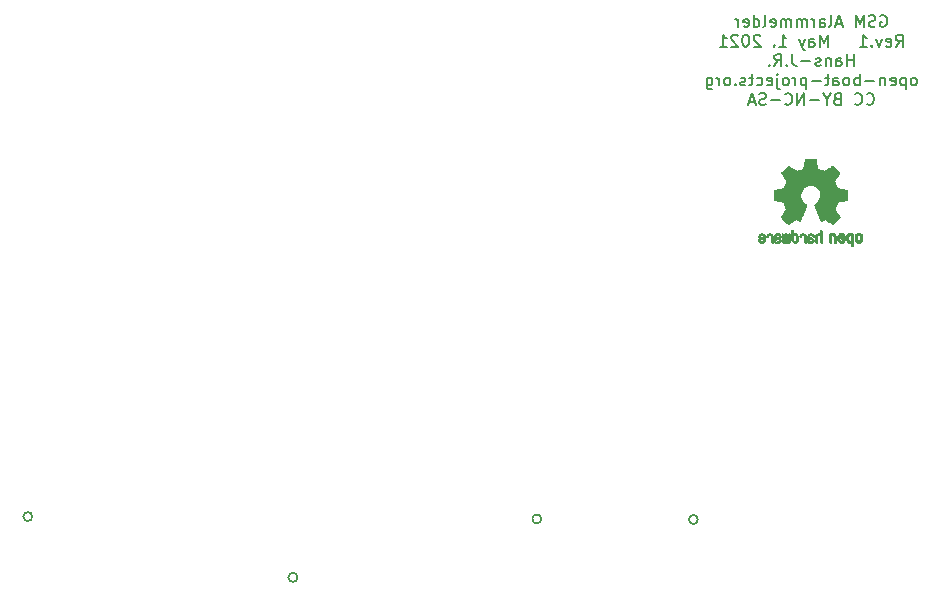
<source format=gbo>
G04 #@! TF.GenerationSoftware,KiCad,Pcbnew,(5.1.5)-3*
G04 #@! TF.CreationDate,2021-05-03T11:12:42+02:00*
G04 #@! TF.ProjectId,GSM-Alarmanlage,47534d2d-416c-4617-926d-616e6c616765,rev?*
G04 #@! TF.SameCoordinates,Original*
G04 #@! TF.FileFunction,Legend,Bot*
G04 #@! TF.FilePolarity,Positive*
%FSLAX46Y46*%
G04 Gerber Fmt 4.6, Leading zero omitted, Abs format (unit mm)*
G04 Created by KiCad (PCBNEW (5.1.5)-3) date 2021-05-03 11:12:42*
%MOMM*%
%LPD*%
G04 APERTURE LIST*
%ADD10C,0.150000*%
%ADD11C,0.010000*%
%ADD12C,0.152400*%
%ADD13O,2.134000X1.829200*%
%ADD14C,1.626000*%
%ADD15C,1.902000*%
%ADD16R,1.902000X1.902000*%
%ADD17C,1.502000*%
%ADD18O,1.502000X1.502000*%
%ADD19R,1.626000X1.626000*%
%ADD20R,1.702000X1.702000*%
%ADD21C,1.702000*%
%ADD22C,3.102000*%
%ADD23C,3.302000*%
G04 APERTURE END LIST*
D10*
X180933333Y-90900000D02*
X181028571Y-90852380D01*
X181171428Y-90852380D01*
X181314285Y-90900000D01*
X181409523Y-90995238D01*
X181457142Y-91090476D01*
X181504761Y-91280952D01*
X181504761Y-91423809D01*
X181457142Y-91614285D01*
X181409523Y-91709523D01*
X181314285Y-91804761D01*
X181171428Y-91852380D01*
X181076190Y-91852380D01*
X180933333Y-91804761D01*
X180885714Y-91757142D01*
X180885714Y-91423809D01*
X181076190Y-91423809D01*
X180504761Y-91804761D02*
X180361904Y-91852380D01*
X180123809Y-91852380D01*
X180028571Y-91804761D01*
X179980952Y-91757142D01*
X179933333Y-91661904D01*
X179933333Y-91566666D01*
X179980952Y-91471428D01*
X180028571Y-91423809D01*
X180123809Y-91376190D01*
X180314285Y-91328571D01*
X180409523Y-91280952D01*
X180457142Y-91233333D01*
X180504761Y-91138095D01*
X180504761Y-91042857D01*
X180457142Y-90947619D01*
X180409523Y-90900000D01*
X180314285Y-90852380D01*
X180076190Y-90852380D01*
X179933333Y-90900000D01*
X179504761Y-91852380D02*
X179504761Y-90852380D01*
X179171428Y-91566666D01*
X178838095Y-90852380D01*
X178838095Y-91852380D01*
X177647619Y-91566666D02*
X177171428Y-91566666D01*
X177742857Y-91852380D02*
X177409523Y-90852380D01*
X177076190Y-91852380D01*
X176600000Y-91852380D02*
X176695238Y-91804761D01*
X176742857Y-91709523D01*
X176742857Y-90852380D01*
X175790476Y-91852380D02*
X175790476Y-91328571D01*
X175838095Y-91233333D01*
X175933333Y-91185714D01*
X176123809Y-91185714D01*
X176219047Y-91233333D01*
X175790476Y-91804761D02*
X175885714Y-91852380D01*
X176123809Y-91852380D01*
X176219047Y-91804761D01*
X176266666Y-91709523D01*
X176266666Y-91614285D01*
X176219047Y-91519047D01*
X176123809Y-91471428D01*
X175885714Y-91471428D01*
X175790476Y-91423809D01*
X175314285Y-91852380D02*
X175314285Y-91185714D01*
X175314285Y-91376190D02*
X175266666Y-91280952D01*
X175219047Y-91233333D01*
X175123809Y-91185714D01*
X175028571Y-91185714D01*
X174695238Y-91852380D02*
X174695238Y-91185714D01*
X174695238Y-91280952D02*
X174647619Y-91233333D01*
X174552380Y-91185714D01*
X174409523Y-91185714D01*
X174314285Y-91233333D01*
X174266666Y-91328571D01*
X174266666Y-91852380D01*
X174266666Y-91328571D02*
X174219047Y-91233333D01*
X174123809Y-91185714D01*
X173980952Y-91185714D01*
X173885714Y-91233333D01*
X173838095Y-91328571D01*
X173838095Y-91852380D01*
X173361904Y-91852380D02*
X173361904Y-91185714D01*
X173361904Y-91280952D02*
X173314285Y-91233333D01*
X173219047Y-91185714D01*
X173076190Y-91185714D01*
X172980952Y-91233333D01*
X172933333Y-91328571D01*
X172933333Y-91852380D01*
X172933333Y-91328571D02*
X172885714Y-91233333D01*
X172790476Y-91185714D01*
X172647619Y-91185714D01*
X172552380Y-91233333D01*
X172504761Y-91328571D01*
X172504761Y-91852380D01*
X171647619Y-91804761D02*
X171742857Y-91852380D01*
X171933333Y-91852380D01*
X172028571Y-91804761D01*
X172076190Y-91709523D01*
X172076190Y-91328571D01*
X172028571Y-91233333D01*
X171933333Y-91185714D01*
X171742857Y-91185714D01*
X171647619Y-91233333D01*
X171600000Y-91328571D01*
X171600000Y-91423809D01*
X172076190Y-91519047D01*
X171028571Y-91852380D02*
X171123809Y-91804761D01*
X171171428Y-91709523D01*
X171171428Y-90852380D01*
X170219047Y-91852380D02*
X170219047Y-90852380D01*
X170219047Y-91804761D02*
X170314285Y-91852380D01*
X170504761Y-91852380D01*
X170600000Y-91804761D01*
X170647619Y-91757142D01*
X170695238Y-91661904D01*
X170695238Y-91376190D01*
X170647619Y-91280952D01*
X170600000Y-91233333D01*
X170504761Y-91185714D01*
X170314285Y-91185714D01*
X170219047Y-91233333D01*
X169361904Y-91804761D02*
X169457142Y-91852380D01*
X169647619Y-91852380D01*
X169742857Y-91804761D01*
X169790476Y-91709523D01*
X169790476Y-91328571D01*
X169742857Y-91233333D01*
X169647619Y-91185714D01*
X169457142Y-91185714D01*
X169361904Y-91233333D01*
X169314285Y-91328571D01*
X169314285Y-91423809D01*
X169790476Y-91519047D01*
X168885714Y-91852380D02*
X168885714Y-91185714D01*
X168885714Y-91376190D02*
X168838095Y-91280952D01*
X168790476Y-91233333D01*
X168695238Y-91185714D01*
X168600000Y-91185714D01*
X182242857Y-93502380D02*
X182576190Y-93026190D01*
X182814285Y-93502380D02*
X182814285Y-92502380D01*
X182433333Y-92502380D01*
X182338095Y-92550000D01*
X182290476Y-92597619D01*
X182242857Y-92692857D01*
X182242857Y-92835714D01*
X182290476Y-92930952D01*
X182338095Y-92978571D01*
X182433333Y-93026190D01*
X182814285Y-93026190D01*
X181433333Y-93454761D02*
X181528571Y-93502380D01*
X181719047Y-93502380D01*
X181814285Y-93454761D01*
X181861904Y-93359523D01*
X181861904Y-92978571D01*
X181814285Y-92883333D01*
X181719047Y-92835714D01*
X181528571Y-92835714D01*
X181433333Y-92883333D01*
X181385714Y-92978571D01*
X181385714Y-93073809D01*
X181861904Y-93169047D01*
X181052380Y-92835714D02*
X180814285Y-93502380D01*
X180576190Y-92835714D01*
X180195238Y-93407142D02*
X180147619Y-93454761D01*
X180195238Y-93502380D01*
X180242857Y-93454761D01*
X180195238Y-93407142D01*
X180195238Y-93502380D01*
X179195238Y-93502380D02*
X179766666Y-93502380D01*
X179480952Y-93502380D02*
X179480952Y-92502380D01*
X179576190Y-92645238D01*
X179671428Y-92740476D01*
X179766666Y-92788095D01*
X176480952Y-93502380D02*
X176480952Y-92502380D01*
X176147619Y-93216666D01*
X175814285Y-92502380D01*
X175814285Y-93502380D01*
X174909523Y-93502380D02*
X174909523Y-92978571D01*
X174957142Y-92883333D01*
X175052380Y-92835714D01*
X175242857Y-92835714D01*
X175338095Y-92883333D01*
X174909523Y-93454761D02*
X175004761Y-93502380D01*
X175242857Y-93502380D01*
X175338095Y-93454761D01*
X175385714Y-93359523D01*
X175385714Y-93264285D01*
X175338095Y-93169047D01*
X175242857Y-93121428D01*
X175004761Y-93121428D01*
X174909523Y-93073809D01*
X174528571Y-92835714D02*
X174290476Y-93502380D01*
X174052380Y-92835714D02*
X174290476Y-93502380D01*
X174385714Y-93740476D01*
X174433333Y-93788095D01*
X174528571Y-93835714D01*
X172385714Y-93502380D02*
X172957142Y-93502380D01*
X172671428Y-93502380D02*
X172671428Y-92502380D01*
X172766666Y-92645238D01*
X172861904Y-92740476D01*
X172957142Y-92788095D01*
X171957142Y-93407142D02*
X171909523Y-93454761D01*
X171957142Y-93502380D01*
X172004761Y-93454761D01*
X171957142Y-93407142D01*
X171957142Y-93502380D01*
X170766666Y-92597619D02*
X170719047Y-92550000D01*
X170623809Y-92502380D01*
X170385714Y-92502380D01*
X170290476Y-92550000D01*
X170242857Y-92597619D01*
X170195238Y-92692857D01*
X170195238Y-92788095D01*
X170242857Y-92930952D01*
X170814285Y-93502380D01*
X170195238Y-93502380D01*
X169576190Y-92502380D02*
X169480952Y-92502380D01*
X169385714Y-92550000D01*
X169338095Y-92597619D01*
X169290476Y-92692857D01*
X169242857Y-92883333D01*
X169242857Y-93121428D01*
X169290476Y-93311904D01*
X169338095Y-93407142D01*
X169385714Y-93454761D01*
X169480952Y-93502380D01*
X169576190Y-93502380D01*
X169671428Y-93454761D01*
X169719047Y-93407142D01*
X169766666Y-93311904D01*
X169814285Y-93121428D01*
X169814285Y-92883333D01*
X169766666Y-92692857D01*
X169719047Y-92597619D01*
X169671428Y-92550000D01*
X169576190Y-92502380D01*
X168861904Y-92597619D02*
X168814285Y-92550000D01*
X168719047Y-92502380D01*
X168480952Y-92502380D01*
X168385714Y-92550000D01*
X168338095Y-92597619D01*
X168290476Y-92692857D01*
X168290476Y-92788095D01*
X168338095Y-92930952D01*
X168909523Y-93502380D01*
X168290476Y-93502380D01*
X167338095Y-93502380D02*
X167909523Y-93502380D01*
X167623809Y-93502380D02*
X167623809Y-92502380D01*
X167719047Y-92645238D01*
X167814285Y-92740476D01*
X167909523Y-92788095D01*
X178671428Y-95152380D02*
X178671428Y-94152380D01*
X178671428Y-94628571D02*
X178100000Y-94628571D01*
X178100000Y-95152380D02*
X178100000Y-94152380D01*
X177195238Y-95152380D02*
X177195238Y-94628571D01*
X177242857Y-94533333D01*
X177338095Y-94485714D01*
X177528571Y-94485714D01*
X177623809Y-94533333D01*
X177195238Y-95104761D02*
X177290476Y-95152380D01*
X177528571Y-95152380D01*
X177623809Y-95104761D01*
X177671428Y-95009523D01*
X177671428Y-94914285D01*
X177623809Y-94819047D01*
X177528571Y-94771428D01*
X177290476Y-94771428D01*
X177195238Y-94723809D01*
X176719047Y-94485714D02*
X176719047Y-95152380D01*
X176719047Y-94580952D02*
X176671428Y-94533333D01*
X176576190Y-94485714D01*
X176433333Y-94485714D01*
X176338095Y-94533333D01*
X176290476Y-94628571D01*
X176290476Y-95152380D01*
X175861904Y-95104761D02*
X175766666Y-95152380D01*
X175576190Y-95152380D01*
X175480952Y-95104761D01*
X175433333Y-95009523D01*
X175433333Y-94961904D01*
X175480952Y-94866666D01*
X175576190Y-94819047D01*
X175719047Y-94819047D01*
X175814285Y-94771428D01*
X175861904Y-94676190D01*
X175861904Y-94628571D01*
X175814285Y-94533333D01*
X175719047Y-94485714D01*
X175576190Y-94485714D01*
X175480952Y-94533333D01*
X175004761Y-94771428D02*
X174242857Y-94771428D01*
X173480952Y-94152380D02*
X173480952Y-94866666D01*
X173528571Y-95009523D01*
X173623809Y-95104761D01*
X173766666Y-95152380D01*
X173861904Y-95152380D01*
X173004761Y-95057142D02*
X172957142Y-95104761D01*
X173004761Y-95152380D01*
X173052380Y-95104761D01*
X173004761Y-95057142D01*
X173004761Y-95152380D01*
X171957142Y-95152380D02*
X172290476Y-94676190D01*
X172528571Y-95152380D02*
X172528571Y-94152380D01*
X172147619Y-94152380D01*
X172052380Y-94200000D01*
X172004761Y-94247619D01*
X171957142Y-94342857D01*
X171957142Y-94485714D01*
X172004761Y-94580952D01*
X172052380Y-94628571D01*
X172147619Y-94676190D01*
X172528571Y-94676190D01*
X171528571Y-95057142D02*
X171480952Y-95104761D01*
X171528571Y-95152380D01*
X171576190Y-95104761D01*
X171528571Y-95057142D01*
X171528571Y-95152380D01*
X183838095Y-96802380D02*
X183933333Y-96754761D01*
X183980952Y-96707142D01*
X184028571Y-96611904D01*
X184028571Y-96326190D01*
X183980952Y-96230952D01*
X183933333Y-96183333D01*
X183838095Y-96135714D01*
X183695238Y-96135714D01*
X183600000Y-96183333D01*
X183552380Y-96230952D01*
X183504761Y-96326190D01*
X183504761Y-96611904D01*
X183552380Y-96707142D01*
X183600000Y-96754761D01*
X183695238Y-96802380D01*
X183838095Y-96802380D01*
X183076190Y-96135714D02*
X183076190Y-97135714D01*
X183076190Y-96183333D02*
X182980952Y-96135714D01*
X182790476Y-96135714D01*
X182695238Y-96183333D01*
X182647619Y-96230952D01*
X182600000Y-96326190D01*
X182600000Y-96611904D01*
X182647619Y-96707142D01*
X182695238Y-96754761D01*
X182790476Y-96802380D01*
X182980952Y-96802380D01*
X183076190Y-96754761D01*
X181790476Y-96754761D02*
X181885714Y-96802380D01*
X182076190Y-96802380D01*
X182171428Y-96754761D01*
X182219047Y-96659523D01*
X182219047Y-96278571D01*
X182171428Y-96183333D01*
X182076190Y-96135714D01*
X181885714Y-96135714D01*
X181790476Y-96183333D01*
X181742857Y-96278571D01*
X181742857Y-96373809D01*
X182219047Y-96469047D01*
X181314285Y-96135714D02*
X181314285Y-96802380D01*
X181314285Y-96230952D02*
X181266666Y-96183333D01*
X181171428Y-96135714D01*
X181028571Y-96135714D01*
X180933333Y-96183333D01*
X180885714Y-96278571D01*
X180885714Y-96802380D01*
X180409523Y-96421428D02*
X179647619Y-96421428D01*
X179171428Y-96802380D02*
X179171428Y-95802380D01*
X179171428Y-96183333D02*
X179076190Y-96135714D01*
X178885714Y-96135714D01*
X178790476Y-96183333D01*
X178742857Y-96230952D01*
X178695238Y-96326190D01*
X178695238Y-96611904D01*
X178742857Y-96707142D01*
X178790476Y-96754761D01*
X178885714Y-96802380D01*
X179076190Y-96802380D01*
X179171428Y-96754761D01*
X178123809Y-96802380D02*
X178219047Y-96754761D01*
X178266666Y-96707142D01*
X178314285Y-96611904D01*
X178314285Y-96326190D01*
X178266666Y-96230952D01*
X178219047Y-96183333D01*
X178123809Y-96135714D01*
X177980952Y-96135714D01*
X177885714Y-96183333D01*
X177838095Y-96230952D01*
X177790476Y-96326190D01*
X177790476Y-96611904D01*
X177838095Y-96707142D01*
X177885714Y-96754761D01*
X177980952Y-96802380D01*
X178123809Y-96802380D01*
X176933333Y-96802380D02*
X176933333Y-96278571D01*
X176980952Y-96183333D01*
X177076190Y-96135714D01*
X177266666Y-96135714D01*
X177361904Y-96183333D01*
X176933333Y-96754761D02*
X177028571Y-96802380D01*
X177266666Y-96802380D01*
X177361904Y-96754761D01*
X177409523Y-96659523D01*
X177409523Y-96564285D01*
X177361904Y-96469047D01*
X177266666Y-96421428D01*
X177028571Y-96421428D01*
X176933333Y-96373809D01*
X176600000Y-96135714D02*
X176219047Y-96135714D01*
X176457142Y-95802380D02*
X176457142Y-96659523D01*
X176409523Y-96754761D01*
X176314285Y-96802380D01*
X176219047Y-96802380D01*
X175885714Y-96421428D02*
X175123809Y-96421428D01*
X174647619Y-96135714D02*
X174647619Y-97135714D01*
X174647619Y-96183333D02*
X174552380Y-96135714D01*
X174361904Y-96135714D01*
X174266666Y-96183333D01*
X174219047Y-96230952D01*
X174171428Y-96326190D01*
X174171428Y-96611904D01*
X174219047Y-96707142D01*
X174266666Y-96754761D01*
X174361904Y-96802380D01*
X174552380Y-96802380D01*
X174647619Y-96754761D01*
X173742857Y-96802380D02*
X173742857Y-96135714D01*
X173742857Y-96326190D02*
X173695238Y-96230952D01*
X173647619Y-96183333D01*
X173552380Y-96135714D01*
X173457142Y-96135714D01*
X172980952Y-96802380D02*
X173076190Y-96754761D01*
X173123809Y-96707142D01*
X173171428Y-96611904D01*
X173171428Y-96326190D01*
X173123809Y-96230952D01*
X173076190Y-96183333D01*
X172980952Y-96135714D01*
X172838095Y-96135714D01*
X172742857Y-96183333D01*
X172695238Y-96230952D01*
X172647619Y-96326190D01*
X172647619Y-96611904D01*
X172695238Y-96707142D01*
X172742857Y-96754761D01*
X172838095Y-96802380D01*
X172980952Y-96802380D01*
X172219047Y-96135714D02*
X172219047Y-96992857D01*
X172266666Y-97088095D01*
X172361904Y-97135714D01*
X172409523Y-97135714D01*
X172219047Y-95802380D02*
X172266666Y-95850000D01*
X172219047Y-95897619D01*
X172171428Y-95850000D01*
X172219047Y-95802380D01*
X172219047Y-95897619D01*
X171361904Y-96754761D02*
X171457142Y-96802380D01*
X171647619Y-96802380D01*
X171742857Y-96754761D01*
X171790476Y-96659523D01*
X171790476Y-96278571D01*
X171742857Y-96183333D01*
X171647619Y-96135714D01*
X171457142Y-96135714D01*
X171361904Y-96183333D01*
X171314285Y-96278571D01*
X171314285Y-96373809D01*
X171790476Y-96469047D01*
X170457142Y-96754761D02*
X170552380Y-96802380D01*
X170742857Y-96802380D01*
X170838095Y-96754761D01*
X170885714Y-96707142D01*
X170933333Y-96611904D01*
X170933333Y-96326190D01*
X170885714Y-96230952D01*
X170838095Y-96183333D01*
X170742857Y-96135714D01*
X170552380Y-96135714D01*
X170457142Y-96183333D01*
X170171428Y-96135714D02*
X169790476Y-96135714D01*
X170028571Y-95802380D02*
X170028571Y-96659523D01*
X169980952Y-96754761D01*
X169885714Y-96802380D01*
X169790476Y-96802380D01*
X169504761Y-96754761D02*
X169409523Y-96802380D01*
X169219047Y-96802380D01*
X169123809Y-96754761D01*
X169076190Y-96659523D01*
X169076190Y-96611904D01*
X169123809Y-96516666D01*
X169219047Y-96469047D01*
X169361904Y-96469047D01*
X169457142Y-96421428D01*
X169504761Y-96326190D01*
X169504761Y-96278571D01*
X169457142Y-96183333D01*
X169361904Y-96135714D01*
X169219047Y-96135714D01*
X169123809Y-96183333D01*
X168647619Y-96707142D02*
X168600000Y-96754761D01*
X168647619Y-96802380D01*
X168695238Y-96754761D01*
X168647619Y-96707142D01*
X168647619Y-96802380D01*
X168028571Y-96802380D02*
X168123809Y-96754761D01*
X168171428Y-96707142D01*
X168219047Y-96611904D01*
X168219047Y-96326190D01*
X168171428Y-96230952D01*
X168123809Y-96183333D01*
X168028571Y-96135714D01*
X167885714Y-96135714D01*
X167790476Y-96183333D01*
X167742857Y-96230952D01*
X167695238Y-96326190D01*
X167695238Y-96611904D01*
X167742857Y-96707142D01*
X167790476Y-96754761D01*
X167885714Y-96802380D01*
X168028571Y-96802380D01*
X167266666Y-96802380D02*
X167266666Y-96135714D01*
X167266666Y-96326190D02*
X167219047Y-96230952D01*
X167171428Y-96183333D01*
X167076190Y-96135714D01*
X166980952Y-96135714D01*
X166219047Y-96135714D02*
X166219047Y-96945238D01*
X166266666Y-97040476D01*
X166314285Y-97088095D01*
X166409523Y-97135714D01*
X166552380Y-97135714D01*
X166647619Y-97088095D01*
X166219047Y-96754761D02*
X166314285Y-96802380D01*
X166504761Y-96802380D01*
X166600000Y-96754761D01*
X166647619Y-96707142D01*
X166695238Y-96611904D01*
X166695238Y-96326190D01*
X166647619Y-96230952D01*
X166600000Y-96183333D01*
X166504761Y-96135714D01*
X166314285Y-96135714D01*
X166219047Y-96183333D01*
X179766666Y-98357142D02*
X179814285Y-98404761D01*
X179957142Y-98452380D01*
X180052380Y-98452380D01*
X180195238Y-98404761D01*
X180290476Y-98309523D01*
X180338095Y-98214285D01*
X180385714Y-98023809D01*
X180385714Y-97880952D01*
X180338095Y-97690476D01*
X180290476Y-97595238D01*
X180195238Y-97500000D01*
X180052380Y-97452380D01*
X179957142Y-97452380D01*
X179814285Y-97500000D01*
X179766666Y-97547619D01*
X178766666Y-98357142D02*
X178814285Y-98404761D01*
X178957142Y-98452380D01*
X179052380Y-98452380D01*
X179195238Y-98404761D01*
X179290476Y-98309523D01*
X179338095Y-98214285D01*
X179385714Y-98023809D01*
X179385714Y-97880952D01*
X179338095Y-97690476D01*
X179290476Y-97595238D01*
X179195238Y-97500000D01*
X179052380Y-97452380D01*
X178957142Y-97452380D01*
X178814285Y-97500000D01*
X178766666Y-97547619D01*
X177242857Y-97928571D02*
X177100000Y-97976190D01*
X177052380Y-98023809D01*
X177004761Y-98119047D01*
X177004761Y-98261904D01*
X177052380Y-98357142D01*
X177100000Y-98404761D01*
X177195238Y-98452380D01*
X177576190Y-98452380D01*
X177576190Y-97452380D01*
X177242857Y-97452380D01*
X177147619Y-97500000D01*
X177100000Y-97547619D01*
X177052380Y-97642857D01*
X177052380Y-97738095D01*
X177100000Y-97833333D01*
X177147619Y-97880952D01*
X177242857Y-97928571D01*
X177576190Y-97928571D01*
X176385714Y-97976190D02*
X176385714Y-98452380D01*
X176719047Y-97452380D02*
X176385714Y-97976190D01*
X176052380Y-97452380D01*
X175719047Y-98071428D02*
X174957142Y-98071428D01*
X174480952Y-98452380D02*
X174480952Y-97452380D01*
X173909523Y-98452380D01*
X173909523Y-97452380D01*
X172861904Y-98357142D02*
X172909523Y-98404761D01*
X173052380Y-98452380D01*
X173147619Y-98452380D01*
X173290476Y-98404761D01*
X173385714Y-98309523D01*
X173433333Y-98214285D01*
X173480952Y-98023809D01*
X173480952Y-97880952D01*
X173433333Y-97690476D01*
X173385714Y-97595238D01*
X173290476Y-97500000D01*
X173147619Y-97452380D01*
X173052380Y-97452380D01*
X172909523Y-97500000D01*
X172861904Y-97547619D01*
X172433333Y-98071428D02*
X171671428Y-98071428D01*
X171242857Y-98404761D02*
X171100000Y-98452380D01*
X170861904Y-98452380D01*
X170766666Y-98404761D01*
X170719047Y-98357142D01*
X170671428Y-98261904D01*
X170671428Y-98166666D01*
X170719047Y-98071428D01*
X170766666Y-98023809D01*
X170861904Y-97976190D01*
X171052380Y-97928571D01*
X171147619Y-97880952D01*
X171195238Y-97833333D01*
X171242857Y-97738095D01*
X171242857Y-97642857D01*
X171195238Y-97547619D01*
X171147619Y-97500000D01*
X171052380Y-97452380D01*
X170814285Y-97452380D01*
X170671428Y-97500000D01*
X170290476Y-98166666D02*
X169814285Y-98166666D01*
X170385714Y-98452380D02*
X170052380Y-97452380D01*
X169719047Y-98452380D01*
D11*
G36*
X174860122Y-102987776D02*
G01*
X174754388Y-102988355D01*
X174677868Y-102989922D01*
X174625628Y-102992972D01*
X174592737Y-102997996D01*
X174574263Y-103005489D01*
X174565273Y-103015944D01*
X174560837Y-103029853D01*
X174560406Y-103031654D01*
X174553667Y-103064145D01*
X174541192Y-103128252D01*
X174524281Y-103217151D01*
X174504229Y-103324019D01*
X174482336Y-103442033D01*
X174481571Y-103446178D01*
X174459641Y-103561831D01*
X174439123Y-103664014D01*
X174421341Y-103746598D01*
X174407619Y-103803456D01*
X174399282Y-103828458D01*
X174398884Y-103828901D01*
X174374323Y-103841110D01*
X174323685Y-103861456D01*
X174257905Y-103885545D01*
X174257539Y-103885674D01*
X174174683Y-103916818D01*
X174077000Y-103956491D01*
X173984923Y-103996381D01*
X173980566Y-103998353D01*
X173830593Y-104066420D01*
X173498502Y-103839639D01*
X173396626Y-103770504D01*
X173304343Y-103708697D01*
X173226997Y-103657733D01*
X173169936Y-103621127D01*
X173138505Y-103602394D01*
X173135521Y-103601004D01*
X173112679Y-103607190D01*
X173070018Y-103637035D01*
X173005872Y-103691947D01*
X172918579Y-103773334D01*
X172829465Y-103859922D01*
X172743559Y-103945247D01*
X172666673Y-104023108D01*
X172603436Y-104088697D01*
X172558477Y-104137205D01*
X172536424Y-104163825D01*
X172535604Y-104165195D01*
X172533166Y-104183463D01*
X172542350Y-104213295D01*
X172565426Y-104258721D01*
X172604663Y-104323770D01*
X172662330Y-104412470D01*
X172739205Y-104526657D01*
X172807430Y-104627162D01*
X172868418Y-104717303D01*
X172918644Y-104791849D01*
X172954584Y-104845565D01*
X172972713Y-104873218D01*
X172973854Y-104875095D01*
X172971641Y-104901590D01*
X172954862Y-104953086D01*
X172926858Y-105019851D01*
X172916878Y-105041172D01*
X172873328Y-105136159D01*
X172826866Y-105243937D01*
X172789123Y-105337192D01*
X172761927Y-105406406D01*
X172740325Y-105459006D01*
X172727842Y-105486497D01*
X172726291Y-105488616D01*
X172703332Y-105492124D01*
X172649214Y-105501738D01*
X172571132Y-105516089D01*
X172476281Y-105533807D01*
X172371857Y-105553525D01*
X172265056Y-105573874D01*
X172163074Y-105593486D01*
X172073106Y-105610991D01*
X172002347Y-105625022D01*
X171957994Y-105634209D01*
X171947115Y-105636807D01*
X171935878Y-105643218D01*
X171927395Y-105657697D01*
X171921286Y-105685133D01*
X171917168Y-105730411D01*
X171914659Y-105798420D01*
X171913379Y-105894047D01*
X171912946Y-106022180D01*
X171912923Y-106074701D01*
X171912923Y-106501845D01*
X172015500Y-106522091D01*
X172072569Y-106533070D01*
X172157731Y-106549095D01*
X172260628Y-106568233D01*
X172370904Y-106588551D01*
X172401385Y-106594132D01*
X172503145Y-106613917D01*
X172591795Y-106633373D01*
X172659892Y-106650697D01*
X172699996Y-106664088D01*
X172706677Y-106668079D01*
X172723081Y-106696342D01*
X172746601Y-106751109D01*
X172772684Y-106821588D01*
X172777858Y-106836769D01*
X172812044Y-106930896D01*
X172854477Y-107037101D01*
X172896003Y-107132473D01*
X172896208Y-107132916D01*
X172965360Y-107282525D01*
X172510488Y-107951617D01*
X172802500Y-108244116D01*
X172890820Y-108331170D01*
X172971375Y-108407909D01*
X173039640Y-108470237D01*
X173091092Y-108514056D01*
X173121206Y-108535270D01*
X173125526Y-108536616D01*
X173150889Y-108526016D01*
X173202642Y-108496547D01*
X173275132Y-108451705D01*
X173362706Y-108394984D01*
X173457388Y-108331462D01*
X173553484Y-108266668D01*
X173639163Y-108210287D01*
X173708984Y-108165788D01*
X173757506Y-108136639D01*
X173779218Y-108126308D01*
X173805707Y-108135050D01*
X173855938Y-108158087D01*
X173919549Y-108190631D01*
X173926292Y-108194249D01*
X174011954Y-108237210D01*
X174070694Y-108258279D01*
X174107228Y-108258503D01*
X174126269Y-108238928D01*
X174126380Y-108238654D01*
X174135898Y-108215472D01*
X174158597Y-108160441D01*
X174192718Y-108077822D01*
X174236500Y-107971872D01*
X174288184Y-107846852D01*
X174346008Y-107707020D01*
X174402009Y-107571637D01*
X174463553Y-107422234D01*
X174520061Y-107283832D01*
X174569839Y-107160673D01*
X174611194Y-107057002D01*
X174642432Y-106977059D01*
X174661859Y-106925088D01*
X174667846Y-106905692D01*
X174652832Y-106883443D01*
X174613561Y-106847982D01*
X174561193Y-106808887D01*
X174412059Y-106685245D01*
X174295489Y-106543522D01*
X174212882Y-106386704D01*
X174165634Y-106217775D01*
X174155143Y-106039722D01*
X174162769Y-105957539D01*
X174204318Y-105787031D01*
X174275877Y-105636459D01*
X174373005Y-105507309D01*
X174491266Y-105401064D01*
X174626220Y-105319210D01*
X174773429Y-105263232D01*
X174928456Y-105234615D01*
X175086861Y-105234844D01*
X175244206Y-105265405D01*
X175396054Y-105327782D01*
X175537965Y-105423460D01*
X175597197Y-105477572D01*
X175710797Y-105616520D01*
X175789894Y-105768361D01*
X175835014Y-105928667D01*
X175846684Y-106093012D01*
X175825431Y-106256971D01*
X175771780Y-106416118D01*
X175686260Y-106566025D01*
X175569395Y-106702267D01*
X175438807Y-106808887D01*
X175384412Y-106849642D01*
X175345986Y-106884718D01*
X175332154Y-106905726D01*
X175339397Y-106928635D01*
X175359995Y-106983365D01*
X175392254Y-107065672D01*
X175434479Y-107171315D01*
X175484977Y-107296050D01*
X175542052Y-107435636D01*
X175598146Y-107571670D01*
X175660033Y-107721201D01*
X175717356Y-107859767D01*
X175768356Y-107983107D01*
X175811273Y-108086964D01*
X175844347Y-108167080D01*
X175865819Y-108219195D01*
X175873775Y-108238654D01*
X175892571Y-108258423D01*
X175928926Y-108258365D01*
X175987521Y-108237441D01*
X176073032Y-108194613D01*
X176073708Y-108194249D01*
X176138093Y-108161012D01*
X176190139Y-108136802D01*
X176219488Y-108126404D01*
X176220783Y-108126308D01*
X176242876Y-108136855D01*
X176291652Y-108166184D01*
X176361669Y-108210827D01*
X176447486Y-108267314D01*
X176542612Y-108331462D01*
X176639460Y-108396411D01*
X176726747Y-108452896D01*
X176798819Y-108497421D01*
X176850023Y-108526490D01*
X176874474Y-108536616D01*
X176896990Y-108523307D01*
X176942258Y-108486112D01*
X177005756Y-108429128D01*
X177082961Y-108356449D01*
X177169349Y-108272171D01*
X177197601Y-108244016D01*
X177489713Y-107951416D01*
X177267369Y-107625104D01*
X177199798Y-107524897D01*
X177140493Y-107434963D01*
X177092783Y-107360510D01*
X177059993Y-107306751D01*
X177045452Y-107278894D01*
X177045026Y-107276912D01*
X177052692Y-107250655D01*
X177073311Y-107197837D01*
X177103315Y-107127310D01*
X177124375Y-107080093D01*
X177163752Y-106989694D01*
X177200835Y-106898366D01*
X177229585Y-106821200D01*
X177237395Y-106797692D01*
X177259583Y-106734916D01*
X177281273Y-106686411D01*
X177293187Y-106668079D01*
X177319477Y-106656859D01*
X177376858Y-106640954D01*
X177457882Y-106622167D01*
X177555105Y-106602299D01*
X177598615Y-106594132D01*
X177709104Y-106573829D01*
X177815084Y-106554170D01*
X177906199Y-106537088D01*
X177972092Y-106524518D01*
X177984500Y-106522091D01*
X178087077Y-106501845D01*
X178087077Y-106074701D01*
X178086847Y-105934246D01*
X178085901Y-105827979D01*
X178083859Y-105751013D01*
X178080338Y-105698460D01*
X178074957Y-105665433D01*
X178067334Y-105647045D01*
X178057088Y-105638408D01*
X178052885Y-105636807D01*
X178027530Y-105631127D01*
X177971516Y-105619795D01*
X177892036Y-105604179D01*
X177796288Y-105585647D01*
X177691467Y-105565569D01*
X177584768Y-105545312D01*
X177483387Y-105526246D01*
X177394521Y-105509739D01*
X177325363Y-105497159D01*
X177283111Y-105489875D01*
X177273710Y-105488616D01*
X177265193Y-105471763D01*
X177246340Y-105426870D01*
X177220676Y-105362430D01*
X177210877Y-105337192D01*
X177171352Y-105239686D01*
X177124808Y-105131959D01*
X177083123Y-105041172D01*
X177052450Y-104971753D01*
X177032044Y-104914710D01*
X177025232Y-104879777D01*
X177026318Y-104875095D01*
X177040715Y-104852991D01*
X177073588Y-104803831D01*
X177121410Y-104732848D01*
X177180652Y-104645278D01*
X177247785Y-104546357D01*
X177261059Y-104526830D01*
X177338954Y-104411140D01*
X177396213Y-104323044D01*
X177435119Y-104258486D01*
X177457956Y-104213411D01*
X177467006Y-104183763D01*
X177464552Y-104165485D01*
X177464489Y-104165369D01*
X177445173Y-104141361D01*
X177402449Y-104094947D01*
X177340949Y-104030937D01*
X177265302Y-103954145D01*
X177180139Y-103869382D01*
X177170535Y-103859922D01*
X177063210Y-103755989D01*
X176980385Y-103679675D01*
X176920395Y-103629571D01*
X176881577Y-103604270D01*
X176864480Y-103601004D01*
X176839527Y-103615250D01*
X176787745Y-103648156D01*
X176714480Y-103696208D01*
X176625080Y-103755890D01*
X176524889Y-103823688D01*
X176501499Y-103839639D01*
X176169407Y-104066420D01*
X176019435Y-103998353D01*
X175928230Y-103958685D01*
X175830331Y-103918791D01*
X175746169Y-103886983D01*
X175742462Y-103885674D01*
X175676631Y-103861576D01*
X175625884Y-103841200D01*
X175601158Y-103828936D01*
X175601116Y-103828901D01*
X175593271Y-103806734D01*
X175579934Y-103752217D01*
X175562430Y-103671480D01*
X175542083Y-103570650D01*
X175520218Y-103455856D01*
X175518429Y-103446178D01*
X175496496Y-103327904D01*
X175476360Y-103220542D01*
X175459320Y-103130917D01*
X175446672Y-103065851D01*
X175439716Y-103032168D01*
X175439594Y-103031654D01*
X175435361Y-103017325D01*
X175427129Y-103006507D01*
X175409967Y-102998706D01*
X175378942Y-102993429D01*
X175329122Y-102990182D01*
X175255576Y-102988472D01*
X175153371Y-102987807D01*
X175017575Y-102987693D01*
X175000000Y-102987692D01*
X174860122Y-102987776D01*
G37*
X174860122Y-102987776D02*
X174754388Y-102988355D01*
X174677868Y-102989922D01*
X174625628Y-102992972D01*
X174592737Y-102997996D01*
X174574263Y-103005489D01*
X174565273Y-103015944D01*
X174560837Y-103029853D01*
X174560406Y-103031654D01*
X174553667Y-103064145D01*
X174541192Y-103128252D01*
X174524281Y-103217151D01*
X174504229Y-103324019D01*
X174482336Y-103442033D01*
X174481571Y-103446178D01*
X174459641Y-103561831D01*
X174439123Y-103664014D01*
X174421341Y-103746598D01*
X174407619Y-103803456D01*
X174399282Y-103828458D01*
X174398884Y-103828901D01*
X174374323Y-103841110D01*
X174323685Y-103861456D01*
X174257905Y-103885545D01*
X174257539Y-103885674D01*
X174174683Y-103916818D01*
X174077000Y-103956491D01*
X173984923Y-103996381D01*
X173980566Y-103998353D01*
X173830593Y-104066420D01*
X173498502Y-103839639D01*
X173396626Y-103770504D01*
X173304343Y-103708697D01*
X173226997Y-103657733D01*
X173169936Y-103621127D01*
X173138505Y-103602394D01*
X173135521Y-103601004D01*
X173112679Y-103607190D01*
X173070018Y-103637035D01*
X173005872Y-103691947D01*
X172918579Y-103773334D01*
X172829465Y-103859922D01*
X172743559Y-103945247D01*
X172666673Y-104023108D01*
X172603436Y-104088697D01*
X172558477Y-104137205D01*
X172536424Y-104163825D01*
X172535604Y-104165195D01*
X172533166Y-104183463D01*
X172542350Y-104213295D01*
X172565426Y-104258721D01*
X172604663Y-104323770D01*
X172662330Y-104412470D01*
X172739205Y-104526657D01*
X172807430Y-104627162D01*
X172868418Y-104717303D01*
X172918644Y-104791849D01*
X172954584Y-104845565D01*
X172972713Y-104873218D01*
X172973854Y-104875095D01*
X172971641Y-104901590D01*
X172954862Y-104953086D01*
X172926858Y-105019851D01*
X172916878Y-105041172D01*
X172873328Y-105136159D01*
X172826866Y-105243937D01*
X172789123Y-105337192D01*
X172761927Y-105406406D01*
X172740325Y-105459006D01*
X172727842Y-105486497D01*
X172726291Y-105488616D01*
X172703332Y-105492124D01*
X172649214Y-105501738D01*
X172571132Y-105516089D01*
X172476281Y-105533807D01*
X172371857Y-105553525D01*
X172265056Y-105573874D01*
X172163074Y-105593486D01*
X172073106Y-105610991D01*
X172002347Y-105625022D01*
X171957994Y-105634209D01*
X171947115Y-105636807D01*
X171935878Y-105643218D01*
X171927395Y-105657697D01*
X171921286Y-105685133D01*
X171917168Y-105730411D01*
X171914659Y-105798420D01*
X171913379Y-105894047D01*
X171912946Y-106022180D01*
X171912923Y-106074701D01*
X171912923Y-106501845D01*
X172015500Y-106522091D01*
X172072569Y-106533070D01*
X172157731Y-106549095D01*
X172260628Y-106568233D01*
X172370904Y-106588551D01*
X172401385Y-106594132D01*
X172503145Y-106613917D01*
X172591795Y-106633373D01*
X172659892Y-106650697D01*
X172699996Y-106664088D01*
X172706677Y-106668079D01*
X172723081Y-106696342D01*
X172746601Y-106751109D01*
X172772684Y-106821588D01*
X172777858Y-106836769D01*
X172812044Y-106930896D01*
X172854477Y-107037101D01*
X172896003Y-107132473D01*
X172896208Y-107132916D01*
X172965360Y-107282525D01*
X172510488Y-107951617D01*
X172802500Y-108244116D01*
X172890820Y-108331170D01*
X172971375Y-108407909D01*
X173039640Y-108470237D01*
X173091092Y-108514056D01*
X173121206Y-108535270D01*
X173125526Y-108536616D01*
X173150889Y-108526016D01*
X173202642Y-108496547D01*
X173275132Y-108451705D01*
X173362706Y-108394984D01*
X173457388Y-108331462D01*
X173553484Y-108266668D01*
X173639163Y-108210287D01*
X173708984Y-108165788D01*
X173757506Y-108136639D01*
X173779218Y-108126308D01*
X173805707Y-108135050D01*
X173855938Y-108158087D01*
X173919549Y-108190631D01*
X173926292Y-108194249D01*
X174011954Y-108237210D01*
X174070694Y-108258279D01*
X174107228Y-108258503D01*
X174126269Y-108238928D01*
X174126380Y-108238654D01*
X174135898Y-108215472D01*
X174158597Y-108160441D01*
X174192718Y-108077822D01*
X174236500Y-107971872D01*
X174288184Y-107846852D01*
X174346008Y-107707020D01*
X174402009Y-107571637D01*
X174463553Y-107422234D01*
X174520061Y-107283832D01*
X174569839Y-107160673D01*
X174611194Y-107057002D01*
X174642432Y-106977059D01*
X174661859Y-106925088D01*
X174667846Y-106905692D01*
X174652832Y-106883443D01*
X174613561Y-106847982D01*
X174561193Y-106808887D01*
X174412059Y-106685245D01*
X174295489Y-106543522D01*
X174212882Y-106386704D01*
X174165634Y-106217775D01*
X174155143Y-106039722D01*
X174162769Y-105957539D01*
X174204318Y-105787031D01*
X174275877Y-105636459D01*
X174373005Y-105507309D01*
X174491266Y-105401064D01*
X174626220Y-105319210D01*
X174773429Y-105263232D01*
X174928456Y-105234615D01*
X175086861Y-105234844D01*
X175244206Y-105265405D01*
X175396054Y-105327782D01*
X175537965Y-105423460D01*
X175597197Y-105477572D01*
X175710797Y-105616520D01*
X175789894Y-105768361D01*
X175835014Y-105928667D01*
X175846684Y-106093012D01*
X175825431Y-106256971D01*
X175771780Y-106416118D01*
X175686260Y-106566025D01*
X175569395Y-106702267D01*
X175438807Y-106808887D01*
X175384412Y-106849642D01*
X175345986Y-106884718D01*
X175332154Y-106905726D01*
X175339397Y-106928635D01*
X175359995Y-106983365D01*
X175392254Y-107065672D01*
X175434479Y-107171315D01*
X175484977Y-107296050D01*
X175542052Y-107435636D01*
X175598146Y-107571670D01*
X175660033Y-107721201D01*
X175717356Y-107859767D01*
X175768356Y-107983107D01*
X175811273Y-108086964D01*
X175844347Y-108167080D01*
X175865819Y-108219195D01*
X175873775Y-108238654D01*
X175892571Y-108258423D01*
X175928926Y-108258365D01*
X175987521Y-108237441D01*
X176073032Y-108194613D01*
X176073708Y-108194249D01*
X176138093Y-108161012D01*
X176190139Y-108136802D01*
X176219488Y-108126404D01*
X176220783Y-108126308D01*
X176242876Y-108136855D01*
X176291652Y-108166184D01*
X176361669Y-108210827D01*
X176447486Y-108267314D01*
X176542612Y-108331462D01*
X176639460Y-108396411D01*
X176726747Y-108452896D01*
X176798819Y-108497421D01*
X176850023Y-108526490D01*
X176874474Y-108536616D01*
X176896990Y-108523307D01*
X176942258Y-108486112D01*
X177005756Y-108429128D01*
X177082961Y-108356449D01*
X177169349Y-108272171D01*
X177197601Y-108244016D01*
X177489713Y-107951416D01*
X177267369Y-107625104D01*
X177199798Y-107524897D01*
X177140493Y-107434963D01*
X177092783Y-107360510D01*
X177059993Y-107306751D01*
X177045452Y-107278894D01*
X177045026Y-107276912D01*
X177052692Y-107250655D01*
X177073311Y-107197837D01*
X177103315Y-107127310D01*
X177124375Y-107080093D01*
X177163752Y-106989694D01*
X177200835Y-106898366D01*
X177229585Y-106821200D01*
X177237395Y-106797692D01*
X177259583Y-106734916D01*
X177281273Y-106686411D01*
X177293187Y-106668079D01*
X177319477Y-106656859D01*
X177376858Y-106640954D01*
X177457882Y-106622167D01*
X177555105Y-106602299D01*
X177598615Y-106594132D01*
X177709104Y-106573829D01*
X177815084Y-106554170D01*
X177906199Y-106537088D01*
X177972092Y-106524518D01*
X177984500Y-106522091D01*
X178087077Y-106501845D01*
X178087077Y-106074701D01*
X178086847Y-105934246D01*
X178085901Y-105827979D01*
X178083859Y-105751013D01*
X178080338Y-105698460D01*
X178074957Y-105665433D01*
X178067334Y-105647045D01*
X178057088Y-105638408D01*
X178052885Y-105636807D01*
X178027530Y-105631127D01*
X177971516Y-105619795D01*
X177892036Y-105604179D01*
X177796288Y-105585647D01*
X177691467Y-105565569D01*
X177584768Y-105545312D01*
X177483387Y-105526246D01*
X177394521Y-105509739D01*
X177325363Y-105497159D01*
X177283111Y-105489875D01*
X177273710Y-105488616D01*
X177265193Y-105471763D01*
X177246340Y-105426870D01*
X177220676Y-105362430D01*
X177210877Y-105337192D01*
X177171352Y-105239686D01*
X177124808Y-105131959D01*
X177083123Y-105041172D01*
X177052450Y-104971753D01*
X177032044Y-104914710D01*
X177025232Y-104879777D01*
X177026318Y-104875095D01*
X177040715Y-104852991D01*
X177073588Y-104803831D01*
X177121410Y-104732848D01*
X177180652Y-104645278D01*
X177247785Y-104546357D01*
X177261059Y-104526830D01*
X177338954Y-104411140D01*
X177396213Y-104323044D01*
X177435119Y-104258486D01*
X177457956Y-104213411D01*
X177467006Y-104183763D01*
X177464552Y-104165485D01*
X177464489Y-104165369D01*
X177445173Y-104141361D01*
X177402449Y-104094947D01*
X177340949Y-104030937D01*
X177265302Y-103954145D01*
X177180139Y-103869382D01*
X177170535Y-103859922D01*
X177063210Y-103755989D01*
X176980385Y-103679675D01*
X176920395Y-103629571D01*
X176881577Y-103604270D01*
X176864480Y-103601004D01*
X176839527Y-103615250D01*
X176787745Y-103648156D01*
X176714480Y-103696208D01*
X176625080Y-103755890D01*
X176524889Y-103823688D01*
X176501499Y-103839639D01*
X176169407Y-104066420D01*
X176019435Y-103998353D01*
X175928230Y-103958685D01*
X175830331Y-103918791D01*
X175746169Y-103886983D01*
X175742462Y-103885674D01*
X175676631Y-103861576D01*
X175625884Y-103841200D01*
X175601158Y-103828936D01*
X175601116Y-103828901D01*
X175593271Y-103806734D01*
X175579934Y-103752217D01*
X175562430Y-103671480D01*
X175542083Y-103570650D01*
X175520218Y-103455856D01*
X175518429Y-103446178D01*
X175496496Y-103327904D01*
X175476360Y-103220542D01*
X175459320Y-103130917D01*
X175446672Y-103065851D01*
X175439716Y-103032168D01*
X175439594Y-103031654D01*
X175435361Y-103017325D01*
X175427129Y-103006507D01*
X175409967Y-102998706D01*
X175378942Y-102993429D01*
X175329122Y-102990182D01*
X175255576Y-102988472D01*
X175153371Y-102987807D01*
X175017575Y-102987693D01*
X175000000Y-102987692D01*
X174860122Y-102987776D01*
G36*
X170754776Y-109347838D02*
G01*
X170677472Y-109398361D01*
X170640186Y-109443590D01*
X170610647Y-109525663D01*
X170608301Y-109590607D01*
X170613615Y-109677445D01*
X170813885Y-109765103D01*
X170911261Y-109809887D01*
X170974887Y-109845913D01*
X171007971Y-109877117D01*
X171013720Y-109907436D01*
X170995342Y-109940805D01*
X170975077Y-109962923D01*
X170916111Y-109998393D01*
X170851976Y-110000879D01*
X170793074Y-109973235D01*
X170749803Y-109918320D01*
X170742064Y-109898928D01*
X170704994Y-109838364D01*
X170662346Y-109812552D01*
X170603846Y-109790471D01*
X170603846Y-109874184D01*
X170609018Y-109931150D01*
X170629277Y-109979189D01*
X170671738Y-110034346D01*
X170678049Y-110041514D01*
X170725280Y-110090585D01*
X170765879Y-110116920D01*
X170816672Y-110129035D01*
X170858780Y-110133003D01*
X170934098Y-110133991D01*
X170987714Y-110121466D01*
X171021162Y-110102869D01*
X171073732Y-110061975D01*
X171110121Y-110017748D01*
X171133150Y-109962126D01*
X171145641Y-109887047D01*
X171150413Y-109784449D01*
X171150794Y-109732376D01*
X171149499Y-109669948D01*
X171031529Y-109669948D01*
X171030161Y-109703438D01*
X171026751Y-109708923D01*
X171004247Y-109701472D01*
X170955818Y-109681753D01*
X170891092Y-109653718D01*
X170877557Y-109647692D01*
X170795756Y-109606096D01*
X170750688Y-109569538D01*
X170740783Y-109535296D01*
X170764474Y-109500648D01*
X170784040Y-109485339D01*
X170854640Y-109454721D01*
X170920720Y-109459780D01*
X170976041Y-109497151D01*
X171014364Y-109563473D01*
X171026651Y-109616116D01*
X171031529Y-109669948D01*
X171149499Y-109669948D01*
X171148270Y-109610720D01*
X171138968Y-109520710D01*
X171120540Y-109455167D01*
X171090640Y-109406912D01*
X171046920Y-109368767D01*
X171027859Y-109356440D01*
X170941274Y-109324336D01*
X170846478Y-109322316D01*
X170754776Y-109347838D01*
G37*
X170754776Y-109347838D02*
X170677472Y-109398361D01*
X170640186Y-109443590D01*
X170610647Y-109525663D01*
X170608301Y-109590607D01*
X170613615Y-109677445D01*
X170813885Y-109765103D01*
X170911261Y-109809887D01*
X170974887Y-109845913D01*
X171007971Y-109877117D01*
X171013720Y-109907436D01*
X170995342Y-109940805D01*
X170975077Y-109962923D01*
X170916111Y-109998393D01*
X170851976Y-110000879D01*
X170793074Y-109973235D01*
X170749803Y-109918320D01*
X170742064Y-109898928D01*
X170704994Y-109838364D01*
X170662346Y-109812552D01*
X170603846Y-109790471D01*
X170603846Y-109874184D01*
X170609018Y-109931150D01*
X170629277Y-109979189D01*
X170671738Y-110034346D01*
X170678049Y-110041514D01*
X170725280Y-110090585D01*
X170765879Y-110116920D01*
X170816672Y-110129035D01*
X170858780Y-110133003D01*
X170934098Y-110133991D01*
X170987714Y-110121466D01*
X171021162Y-110102869D01*
X171073732Y-110061975D01*
X171110121Y-110017748D01*
X171133150Y-109962126D01*
X171145641Y-109887047D01*
X171150413Y-109784449D01*
X171150794Y-109732376D01*
X171149499Y-109669948D01*
X171031529Y-109669948D01*
X171030161Y-109703438D01*
X171026751Y-109708923D01*
X171004247Y-109701472D01*
X170955818Y-109681753D01*
X170891092Y-109653718D01*
X170877557Y-109647692D01*
X170795756Y-109606096D01*
X170750688Y-109569538D01*
X170740783Y-109535296D01*
X170764474Y-109500648D01*
X170784040Y-109485339D01*
X170854640Y-109454721D01*
X170920720Y-109459780D01*
X170976041Y-109497151D01*
X171014364Y-109563473D01*
X171026651Y-109616116D01*
X171031529Y-109669948D01*
X171149499Y-109669948D01*
X171148270Y-109610720D01*
X171138968Y-109520710D01*
X171120540Y-109455167D01*
X171090640Y-109406912D01*
X171046920Y-109368767D01*
X171027859Y-109356440D01*
X170941274Y-109324336D01*
X170846478Y-109322316D01*
X170754776Y-109347838D01*
G36*
X171429193Y-109336782D02*
G01*
X171405839Y-109346988D01*
X171350098Y-109391134D01*
X171302431Y-109454967D01*
X171272952Y-109523087D01*
X171268154Y-109556670D01*
X171284240Y-109603556D01*
X171319525Y-109628365D01*
X171357356Y-109643387D01*
X171374679Y-109646155D01*
X171383114Y-109626066D01*
X171399770Y-109582351D01*
X171407077Y-109562598D01*
X171448052Y-109494271D01*
X171507378Y-109460191D01*
X171583448Y-109461239D01*
X171589082Y-109462581D01*
X171629695Y-109481836D01*
X171659552Y-109519375D01*
X171679945Y-109579809D01*
X171692164Y-109667751D01*
X171697500Y-109787813D01*
X171698000Y-109851698D01*
X171698248Y-109952403D01*
X171699874Y-110021054D01*
X171704199Y-110064673D01*
X171712546Y-110090282D01*
X171726235Y-110104903D01*
X171746589Y-110115558D01*
X171747766Y-110116095D01*
X171786962Y-110132667D01*
X171806381Y-110138769D01*
X171809365Y-110120319D01*
X171811919Y-110069323D01*
X171813860Y-109992308D01*
X171815003Y-109895805D01*
X171815231Y-109825184D01*
X171814068Y-109688525D01*
X171809521Y-109584851D01*
X171800001Y-109508108D01*
X171783919Y-109452246D01*
X171759687Y-109411212D01*
X171725714Y-109378954D01*
X171692167Y-109356440D01*
X171611501Y-109326476D01*
X171517619Y-109319718D01*
X171429193Y-109336782D01*
G37*
X171429193Y-109336782D02*
X171405839Y-109346988D01*
X171350098Y-109391134D01*
X171302431Y-109454967D01*
X171272952Y-109523087D01*
X171268154Y-109556670D01*
X171284240Y-109603556D01*
X171319525Y-109628365D01*
X171357356Y-109643387D01*
X171374679Y-109646155D01*
X171383114Y-109626066D01*
X171399770Y-109582351D01*
X171407077Y-109562598D01*
X171448052Y-109494271D01*
X171507378Y-109460191D01*
X171583448Y-109461239D01*
X171589082Y-109462581D01*
X171629695Y-109481836D01*
X171659552Y-109519375D01*
X171679945Y-109579809D01*
X171692164Y-109667751D01*
X171697500Y-109787813D01*
X171698000Y-109851698D01*
X171698248Y-109952403D01*
X171699874Y-110021054D01*
X171704199Y-110064673D01*
X171712546Y-110090282D01*
X171726235Y-110104903D01*
X171746589Y-110115558D01*
X171747766Y-110116095D01*
X171786962Y-110132667D01*
X171806381Y-110138769D01*
X171809365Y-110120319D01*
X171811919Y-110069323D01*
X171813860Y-109992308D01*
X171815003Y-109895805D01*
X171815231Y-109825184D01*
X171814068Y-109688525D01*
X171809521Y-109584851D01*
X171800001Y-109508108D01*
X171783919Y-109452246D01*
X171759687Y-109411212D01*
X171725714Y-109378954D01*
X171692167Y-109356440D01*
X171611501Y-109326476D01*
X171517619Y-109319718D01*
X171429193Y-109336782D01*
G36*
X172112667Y-109333528D02*
G01*
X172056410Y-109359117D01*
X172012253Y-109390124D01*
X171979899Y-109424795D01*
X171957562Y-109469520D01*
X171943454Y-109530692D01*
X171935789Y-109614701D01*
X171932780Y-109727940D01*
X171932462Y-109802509D01*
X171932462Y-110093420D01*
X171982227Y-110116095D01*
X172021424Y-110132667D01*
X172040843Y-110138769D01*
X172044558Y-110120610D01*
X172047505Y-110071648D01*
X172049309Y-110000153D01*
X172049692Y-109943385D01*
X172051339Y-109861371D01*
X172055778Y-109796309D01*
X172062260Y-109756467D01*
X172067410Y-109748000D01*
X172102023Y-109756646D01*
X172156360Y-109778823D01*
X172219278Y-109808886D01*
X172279632Y-109841192D01*
X172326279Y-109870098D01*
X172348074Y-109889961D01*
X172348161Y-109890175D01*
X172346286Y-109926935D01*
X172329475Y-109962026D01*
X172299961Y-109990528D01*
X172256884Y-110000061D01*
X172220068Y-109998950D01*
X172167926Y-109998133D01*
X172140556Y-110010349D01*
X172124118Y-110042624D01*
X172122045Y-110048710D01*
X172114919Y-110094739D01*
X172133976Y-110122687D01*
X172183647Y-110136007D01*
X172237303Y-110138470D01*
X172333858Y-110120210D01*
X172383841Y-110094131D01*
X172445571Y-110032868D01*
X172478310Y-109957670D01*
X172481247Y-109878211D01*
X172453576Y-109804167D01*
X172411953Y-109757769D01*
X172370396Y-109731793D01*
X172305078Y-109698907D01*
X172228962Y-109665557D01*
X172216274Y-109660461D01*
X172132667Y-109623565D01*
X172084470Y-109591046D01*
X172068970Y-109558718D01*
X172083450Y-109522394D01*
X172108308Y-109494000D01*
X172167061Y-109459039D01*
X172231707Y-109456417D01*
X172290992Y-109483358D01*
X172333661Y-109537088D01*
X172339261Y-109550950D01*
X172371867Y-109601936D01*
X172419470Y-109639787D01*
X172479539Y-109670850D01*
X172479539Y-109582768D01*
X172476003Y-109528951D01*
X172460844Y-109486534D01*
X172427232Y-109441279D01*
X172394965Y-109406420D01*
X172344791Y-109357062D01*
X172305807Y-109330547D01*
X172263936Y-109319911D01*
X172216540Y-109318154D01*
X172112667Y-109333528D01*
G37*
X172112667Y-109333528D02*
X172056410Y-109359117D01*
X172012253Y-109390124D01*
X171979899Y-109424795D01*
X171957562Y-109469520D01*
X171943454Y-109530692D01*
X171935789Y-109614701D01*
X171932780Y-109727940D01*
X171932462Y-109802509D01*
X171932462Y-110093420D01*
X171982227Y-110116095D01*
X172021424Y-110132667D01*
X172040843Y-110138769D01*
X172044558Y-110120610D01*
X172047505Y-110071648D01*
X172049309Y-110000153D01*
X172049692Y-109943385D01*
X172051339Y-109861371D01*
X172055778Y-109796309D01*
X172062260Y-109756467D01*
X172067410Y-109748000D01*
X172102023Y-109756646D01*
X172156360Y-109778823D01*
X172219278Y-109808886D01*
X172279632Y-109841192D01*
X172326279Y-109870098D01*
X172348074Y-109889961D01*
X172348161Y-109890175D01*
X172346286Y-109926935D01*
X172329475Y-109962026D01*
X172299961Y-109990528D01*
X172256884Y-110000061D01*
X172220068Y-109998950D01*
X172167926Y-109998133D01*
X172140556Y-110010349D01*
X172124118Y-110042624D01*
X172122045Y-110048710D01*
X172114919Y-110094739D01*
X172133976Y-110122687D01*
X172183647Y-110136007D01*
X172237303Y-110138470D01*
X172333858Y-110120210D01*
X172383841Y-110094131D01*
X172445571Y-110032868D01*
X172478310Y-109957670D01*
X172481247Y-109878211D01*
X172453576Y-109804167D01*
X172411953Y-109757769D01*
X172370396Y-109731793D01*
X172305078Y-109698907D01*
X172228962Y-109665557D01*
X172216274Y-109660461D01*
X172132667Y-109623565D01*
X172084470Y-109591046D01*
X172068970Y-109558718D01*
X172083450Y-109522394D01*
X172108308Y-109494000D01*
X172167061Y-109459039D01*
X172231707Y-109456417D01*
X172290992Y-109483358D01*
X172333661Y-109537088D01*
X172339261Y-109550950D01*
X172371867Y-109601936D01*
X172419470Y-109639787D01*
X172479539Y-109670850D01*
X172479539Y-109582768D01*
X172476003Y-109528951D01*
X172460844Y-109486534D01*
X172427232Y-109441279D01*
X172394965Y-109406420D01*
X172344791Y-109357062D01*
X172305807Y-109330547D01*
X172263936Y-109319911D01*
X172216540Y-109318154D01*
X172112667Y-109333528D01*
G36*
X172604071Y-109336662D02*
G01*
X172601089Y-109388068D01*
X172598753Y-109466192D01*
X172597251Y-109564857D01*
X172596769Y-109668343D01*
X172596769Y-110018533D01*
X172658599Y-110080363D01*
X172701207Y-110118462D01*
X172738610Y-110133895D01*
X172789730Y-110132918D01*
X172810022Y-110130433D01*
X172873446Y-110123200D01*
X172925905Y-110119055D01*
X172938692Y-110118672D01*
X172981801Y-110121176D01*
X173043456Y-110127462D01*
X173067362Y-110130433D01*
X173126078Y-110135028D01*
X173165536Y-110125046D01*
X173204662Y-110094228D01*
X173218785Y-110080363D01*
X173280615Y-110018533D01*
X173280615Y-109363503D01*
X173230850Y-109340829D01*
X173187998Y-109324034D01*
X173162927Y-109318154D01*
X173156499Y-109336736D01*
X173150491Y-109388655D01*
X173145303Y-109468172D01*
X173141336Y-109569546D01*
X173139423Y-109655192D01*
X173134077Y-109992231D01*
X173087440Y-109998825D01*
X173045024Y-109994214D01*
X173024240Y-109979287D01*
X173018430Y-109951377D01*
X173013470Y-109891925D01*
X173009754Y-109808466D01*
X173007676Y-109708532D01*
X173007376Y-109657104D01*
X173007077Y-109361054D01*
X172945546Y-109339604D01*
X172901996Y-109325020D01*
X172878306Y-109318219D01*
X172877623Y-109318154D01*
X172875246Y-109336642D01*
X172872634Y-109387906D01*
X172870005Y-109465649D01*
X172867579Y-109563574D01*
X172865885Y-109655192D01*
X172860539Y-109992231D01*
X172743308Y-109992231D01*
X172737928Y-109684746D01*
X172732549Y-109377261D01*
X172675399Y-109347707D01*
X172633203Y-109327413D01*
X172608230Y-109318204D01*
X172607509Y-109318154D01*
X172604071Y-109336662D01*
G37*
X172604071Y-109336662D02*
X172601089Y-109388068D01*
X172598753Y-109466192D01*
X172597251Y-109564857D01*
X172596769Y-109668343D01*
X172596769Y-110018533D01*
X172658599Y-110080363D01*
X172701207Y-110118462D01*
X172738610Y-110133895D01*
X172789730Y-110132918D01*
X172810022Y-110130433D01*
X172873446Y-110123200D01*
X172925905Y-110119055D01*
X172938692Y-110118672D01*
X172981801Y-110121176D01*
X173043456Y-110127462D01*
X173067362Y-110130433D01*
X173126078Y-110135028D01*
X173165536Y-110125046D01*
X173204662Y-110094228D01*
X173218785Y-110080363D01*
X173280615Y-110018533D01*
X173280615Y-109363503D01*
X173230850Y-109340829D01*
X173187998Y-109324034D01*
X173162927Y-109318154D01*
X173156499Y-109336736D01*
X173150491Y-109388655D01*
X173145303Y-109468172D01*
X173141336Y-109569546D01*
X173139423Y-109655192D01*
X173134077Y-109992231D01*
X173087440Y-109998825D01*
X173045024Y-109994214D01*
X173024240Y-109979287D01*
X173018430Y-109951377D01*
X173013470Y-109891925D01*
X173009754Y-109808466D01*
X173007676Y-109708532D01*
X173007376Y-109657104D01*
X173007077Y-109361054D01*
X172945546Y-109339604D01*
X172901996Y-109325020D01*
X172878306Y-109318219D01*
X172877623Y-109318154D01*
X172875246Y-109336642D01*
X172872634Y-109387906D01*
X172870005Y-109465649D01*
X172867579Y-109563574D01*
X172865885Y-109655192D01*
X172860539Y-109992231D01*
X172743308Y-109992231D01*
X172737928Y-109684746D01*
X172732549Y-109377261D01*
X172675399Y-109347707D01*
X172633203Y-109327413D01*
X172608230Y-109318204D01*
X172607509Y-109318154D01*
X172604071Y-109336662D01*
G36*
X173397919Y-109480289D02*
G01*
X173398167Y-109626320D01*
X173399128Y-109738655D01*
X173401206Y-109822678D01*
X173404807Y-109883769D01*
X173410335Y-109927309D01*
X173418196Y-109958679D01*
X173428793Y-109983262D01*
X173436818Y-109997294D01*
X173503272Y-110073388D01*
X173587530Y-110121084D01*
X173680751Y-110138199D01*
X173774100Y-110122546D01*
X173829688Y-110094418D01*
X173888043Y-110045760D01*
X173927814Y-109986333D01*
X173951810Y-109908507D01*
X173962839Y-109804652D01*
X173964401Y-109728462D01*
X173964191Y-109722986D01*
X173827692Y-109722986D01*
X173826859Y-109810355D01*
X173823039Y-109868192D01*
X173814254Y-109906029D01*
X173798526Y-109933398D01*
X173779734Y-109954042D01*
X173716625Y-109993890D01*
X173648863Y-109997295D01*
X173584821Y-109964025D01*
X173579836Y-109959517D01*
X173558561Y-109936067D01*
X173545221Y-109908166D01*
X173537999Y-109866641D01*
X173535077Y-109802316D01*
X173534615Y-109731200D01*
X173535617Y-109641858D01*
X173539762Y-109582258D01*
X173548764Y-109543089D01*
X173564333Y-109515040D01*
X173577098Y-109500144D01*
X173636400Y-109462575D01*
X173704699Y-109458057D01*
X173769890Y-109486753D01*
X173782472Y-109497406D01*
X173803889Y-109521063D01*
X173817256Y-109549251D01*
X173824434Y-109591245D01*
X173827281Y-109656319D01*
X173827692Y-109722986D01*
X173964191Y-109722986D01*
X173959678Y-109605765D01*
X173943638Y-109513577D01*
X173913472Y-109444269D01*
X173866371Y-109390211D01*
X173829688Y-109362505D01*
X173763010Y-109332572D01*
X173685728Y-109318678D01*
X173613890Y-109322397D01*
X173573692Y-109337400D01*
X173557918Y-109341670D01*
X173547450Y-109325750D01*
X173540144Y-109283089D01*
X173534615Y-109218106D01*
X173528563Y-109145732D01*
X173520156Y-109102187D01*
X173504859Y-109077287D01*
X173478136Y-109060845D01*
X173461346Y-109053564D01*
X173397846Y-109026963D01*
X173397919Y-109480289D01*
G37*
X173397919Y-109480289D02*
X173398167Y-109626320D01*
X173399128Y-109738655D01*
X173401206Y-109822678D01*
X173404807Y-109883769D01*
X173410335Y-109927309D01*
X173418196Y-109958679D01*
X173428793Y-109983262D01*
X173436818Y-109997294D01*
X173503272Y-110073388D01*
X173587530Y-110121084D01*
X173680751Y-110138199D01*
X173774100Y-110122546D01*
X173829688Y-110094418D01*
X173888043Y-110045760D01*
X173927814Y-109986333D01*
X173951810Y-109908507D01*
X173962839Y-109804652D01*
X173964401Y-109728462D01*
X173964191Y-109722986D01*
X173827692Y-109722986D01*
X173826859Y-109810355D01*
X173823039Y-109868192D01*
X173814254Y-109906029D01*
X173798526Y-109933398D01*
X173779734Y-109954042D01*
X173716625Y-109993890D01*
X173648863Y-109997295D01*
X173584821Y-109964025D01*
X173579836Y-109959517D01*
X173558561Y-109936067D01*
X173545221Y-109908166D01*
X173537999Y-109866641D01*
X173535077Y-109802316D01*
X173534615Y-109731200D01*
X173535617Y-109641858D01*
X173539762Y-109582258D01*
X173548764Y-109543089D01*
X173564333Y-109515040D01*
X173577098Y-109500144D01*
X173636400Y-109462575D01*
X173704699Y-109458057D01*
X173769890Y-109486753D01*
X173782472Y-109497406D01*
X173803889Y-109521063D01*
X173817256Y-109549251D01*
X173824434Y-109591245D01*
X173827281Y-109656319D01*
X173827692Y-109722986D01*
X173964191Y-109722986D01*
X173959678Y-109605765D01*
X173943638Y-109513577D01*
X173913472Y-109444269D01*
X173866371Y-109390211D01*
X173829688Y-109362505D01*
X173763010Y-109332572D01*
X173685728Y-109318678D01*
X173613890Y-109322397D01*
X173573692Y-109337400D01*
X173557918Y-109341670D01*
X173547450Y-109325750D01*
X173540144Y-109283089D01*
X173534615Y-109218106D01*
X173528563Y-109145732D01*
X173520156Y-109102187D01*
X173504859Y-109077287D01*
X173478136Y-109060845D01*
X173461346Y-109053564D01*
X173397846Y-109026963D01*
X173397919Y-109480289D01*
G36*
X174286638Y-109324670D02*
G01*
X174197883Y-109357421D01*
X174125978Y-109415350D01*
X174097856Y-109456128D01*
X174067198Y-109530954D01*
X174067835Y-109585058D01*
X174100013Y-109621446D01*
X174111919Y-109627633D01*
X174163325Y-109646925D01*
X174189578Y-109641982D01*
X174198470Y-109609587D01*
X174198923Y-109591692D01*
X174215203Y-109525859D01*
X174257635Y-109479807D01*
X174316612Y-109457564D01*
X174382525Y-109463161D01*
X174436105Y-109492229D01*
X174454202Y-109508810D01*
X174467029Y-109528925D01*
X174475694Y-109559332D01*
X174481304Y-109606788D01*
X174484965Y-109678050D01*
X174487785Y-109779875D01*
X174488516Y-109812115D01*
X174491180Y-109922410D01*
X174494208Y-110000036D01*
X174498750Y-110051396D01*
X174505954Y-110082890D01*
X174516967Y-110100920D01*
X174532940Y-110111888D01*
X174543166Y-110116733D01*
X174586594Y-110133301D01*
X174612158Y-110138769D01*
X174620605Y-110120507D01*
X174625761Y-110065296D01*
X174627654Y-109972499D01*
X174626311Y-109841478D01*
X174625893Y-109821269D01*
X174622942Y-109701733D01*
X174619452Y-109614449D01*
X174614486Y-109552591D01*
X174607107Y-109509336D01*
X174596376Y-109477860D01*
X174581355Y-109451339D01*
X174573498Y-109439975D01*
X174528447Y-109389692D01*
X174478060Y-109350581D01*
X174471892Y-109347167D01*
X174381542Y-109320212D01*
X174286638Y-109324670D01*
G37*
X174286638Y-109324670D02*
X174197883Y-109357421D01*
X174125978Y-109415350D01*
X174097856Y-109456128D01*
X174067198Y-109530954D01*
X174067835Y-109585058D01*
X174100013Y-109621446D01*
X174111919Y-109627633D01*
X174163325Y-109646925D01*
X174189578Y-109641982D01*
X174198470Y-109609587D01*
X174198923Y-109591692D01*
X174215203Y-109525859D01*
X174257635Y-109479807D01*
X174316612Y-109457564D01*
X174382525Y-109463161D01*
X174436105Y-109492229D01*
X174454202Y-109508810D01*
X174467029Y-109528925D01*
X174475694Y-109559332D01*
X174481304Y-109606788D01*
X174484965Y-109678050D01*
X174487785Y-109779875D01*
X174488516Y-109812115D01*
X174491180Y-109922410D01*
X174494208Y-110000036D01*
X174498750Y-110051396D01*
X174505954Y-110082890D01*
X174516967Y-110100920D01*
X174532940Y-110111888D01*
X174543166Y-110116733D01*
X174586594Y-110133301D01*
X174612158Y-110138769D01*
X174620605Y-110120507D01*
X174625761Y-110065296D01*
X174627654Y-109972499D01*
X174626311Y-109841478D01*
X174625893Y-109821269D01*
X174622942Y-109701733D01*
X174619452Y-109614449D01*
X174614486Y-109552591D01*
X174607107Y-109509336D01*
X174596376Y-109477860D01*
X174581355Y-109451339D01*
X174573498Y-109439975D01*
X174528447Y-109389692D01*
X174478060Y-109350581D01*
X174471892Y-109347167D01*
X174381542Y-109320212D01*
X174286638Y-109324670D01*
G36*
X174946499Y-109326303D02*
G01*
X174869940Y-109354733D01*
X174869064Y-109355279D01*
X174821715Y-109390127D01*
X174786759Y-109430852D01*
X174762175Y-109483925D01*
X174745938Y-109555814D01*
X174736025Y-109652992D01*
X174730414Y-109781928D01*
X174729923Y-109800298D01*
X174722859Y-110077287D01*
X174782305Y-110108028D01*
X174825319Y-110128802D01*
X174851290Y-110138646D01*
X174852491Y-110138769D01*
X174856986Y-110120606D01*
X174860556Y-110071612D01*
X174862752Y-110000031D01*
X174863231Y-109942068D01*
X174863242Y-109848170D01*
X174867534Y-109789203D01*
X174882497Y-109761079D01*
X174914518Y-109759706D01*
X174969986Y-109780998D01*
X175053731Y-109820136D01*
X175115311Y-109852643D01*
X175146983Y-109880845D01*
X175156294Y-109911582D01*
X175156308Y-109913104D01*
X175140943Y-109966054D01*
X175095453Y-109994660D01*
X175025834Y-109998803D01*
X174975687Y-109998084D01*
X174949246Y-110012527D01*
X174932757Y-110047218D01*
X174923267Y-110091416D01*
X174936943Y-110116493D01*
X174942093Y-110120082D01*
X174990575Y-110134496D01*
X175058469Y-110136537D01*
X175128388Y-110126983D01*
X175177932Y-110109522D01*
X175246430Y-110051364D01*
X175285366Y-109970408D01*
X175293077Y-109907160D01*
X175287193Y-109850111D01*
X175265899Y-109803542D01*
X175223735Y-109762181D01*
X175155241Y-109720755D01*
X175054956Y-109673993D01*
X175048846Y-109671350D01*
X174958510Y-109629617D01*
X174902765Y-109595391D01*
X174878871Y-109564635D01*
X174884087Y-109533311D01*
X174915672Y-109497383D01*
X174925117Y-109489116D01*
X174988383Y-109457058D01*
X175053936Y-109458407D01*
X175111028Y-109489838D01*
X175148907Y-109548024D01*
X175152426Y-109559446D01*
X175186700Y-109614837D01*
X175230191Y-109641518D01*
X175293077Y-109667960D01*
X175293077Y-109599548D01*
X175273948Y-109500110D01*
X175217169Y-109408902D01*
X175187622Y-109378389D01*
X175120458Y-109339228D01*
X175035044Y-109321500D01*
X174946499Y-109326303D01*
G37*
X174946499Y-109326303D02*
X174869940Y-109354733D01*
X174869064Y-109355279D01*
X174821715Y-109390127D01*
X174786759Y-109430852D01*
X174762175Y-109483925D01*
X174745938Y-109555814D01*
X174736025Y-109652992D01*
X174730414Y-109781928D01*
X174729923Y-109800298D01*
X174722859Y-110077287D01*
X174782305Y-110108028D01*
X174825319Y-110128802D01*
X174851290Y-110138646D01*
X174852491Y-110138769D01*
X174856986Y-110120606D01*
X174860556Y-110071612D01*
X174862752Y-110000031D01*
X174863231Y-109942068D01*
X174863242Y-109848170D01*
X174867534Y-109789203D01*
X174882497Y-109761079D01*
X174914518Y-109759706D01*
X174969986Y-109780998D01*
X175053731Y-109820136D01*
X175115311Y-109852643D01*
X175146983Y-109880845D01*
X175156294Y-109911582D01*
X175156308Y-109913104D01*
X175140943Y-109966054D01*
X175095453Y-109994660D01*
X175025834Y-109998803D01*
X174975687Y-109998084D01*
X174949246Y-110012527D01*
X174932757Y-110047218D01*
X174923267Y-110091416D01*
X174936943Y-110116493D01*
X174942093Y-110120082D01*
X174990575Y-110134496D01*
X175058469Y-110136537D01*
X175128388Y-110126983D01*
X175177932Y-110109522D01*
X175246430Y-110051364D01*
X175285366Y-109970408D01*
X175293077Y-109907160D01*
X175287193Y-109850111D01*
X175265899Y-109803542D01*
X175223735Y-109762181D01*
X175155241Y-109720755D01*
X175054956Y-109673993D01*
X175048846Y-109671350D01*
X174958510Y-109629617D01*
X174902765Y-109595391D01*
X174878871Y-109564635D01*
X174884087Y-109533311D01*
X174915672Y-109497383D01*
X174925117Y-109489116D01*
X174988383Y-109457058D01*
X175053936Y-109458407D01*
X175111028Y-109489838D01*
X175148907Y-109548024D01*
X175152426Y-109559446D01*
X175186700Y-109614837D01*
X175230191Y-109641518D01*
X175293077Y-109667960D01*
X175293077Y-109599548D01*
X175273948Y-109500110D01*
X175217169Y-109408902D01*
X175187622Y-109378389D01*
X175120458Y-109339228D01*
X175035044Y-109321500D01*
X174946499Y-109326303D01*
G36*
X175840154Y-109192120D02*
G01*
X175834428Y-109271980D01*
X175827851Y-109319039D01*
X175818738Y-109339566D01*
X175805402Y-109339829D01*
X175801077Y-109337378D01*
X175743556Y-109319636D01*
X175668732Y-109320672D01*
X175592661Y-109338910D01*
X175545082Y-109362505D01*
X175496298Y-109400198D01*
X175460636Y-109442855D01*
X175436155Y-109497057D01*
X175420913Y-109569384D01*
X175412970Y-109666419D01*
X175410384Y-109794742D01*
X175410338Y-109819358D01*
X175410308Y-110095870D01*
X175471839Y-110117320D01*
X175515541Y-110131912D01*
X175539518Y-110138706D01*
X175540223Y-110138769D01*
X175542585Y-110120345D01*
X175544594Y-110069526D01*
X175546099Y-109992993D01*
X175546947Y-109897430D01*
X175547077Y-109839329D01*
X175547349Y-109724771D01*
X175548748Y-109642667D01*
X175552151Y-109586393D01*
X175558433Y-109549326D01*
X175568471Y-109524844D01*
X175583139Y-109506325D01*
X175592298Y-109497406D01*
X175655211Y-109461466D01*
X175723864Y-109458775D01*
X175786152Y-109489170D01*
X175797671Y-109500144D01*
X175814567Y-109520779D01*
X175826286Y-109545256D01*
X175833767Y-109580647D01*
X175837946Y-109634026D01*
X175839763Y-109712466D01*
X175840154Y-109820617D01*
X175840154Y-110095870D01*
X175901685Y-110117320D01*
X175945387Y-110131912D01*
X175969364Y-110138706D01*
X175970070Y-110138769D01*
X175971874Y-110120069D01*
X175973500Y-110067322D01*
X175974883Y-109985557D01*
X175975958Y-109879805D01*
X175976660Y-109755094D01*
X175976923Y-109616455D01*
X175976923Y-109081806D01*
X175849923Y-109028236D01*
X175840154Y-109192120D01*
G37*
X175840154Y-109192120D02*
X175834428Y-109271980D01*
X175827851Y-109319039D01*
X175818738Y-109339566D01*
X175805402Y-109339829D01*
X175801077Y-109337378D01*
X175743556Y-109319636D01*
X175668732Y-109320672D01*
X175592661Y-109338910D01*
X175545082Y-109362505D01*
X175496298Y-109400198D01*
X175460636Y-109442855D01*
X175436155Y-109497057D01*
X175420913Y-109569384D01*
X175412970Y-109666419D01*
X175410384Y-109794742D01*
X175410338Y-109819358D01*
X175410308Y-110095870D01*
X175471839Y-110117320D01*
X175515541Y-110131912D01*
X175539518Y-110138706D01*
X175540223Y-110138769D01*
X175542585Y-110120345D01*
X175544594Y-110069526D01*
X175546099Y-109992993D01*
X175546947Y-109897430D01*
X175547077Y-109839329D01*
X175547349Y-109724771D01*
X175548748Y-109642667D01*
X175552151Y-109586393D01*
X175558433Y-109549326D01*
X175568471Y-109524844D01*
X175583139Y-109506325D01*
X175592298Y-109497406D01*
X175655211Y-109461466D01*
X175723864Y-109458775D01*
X175786152Y-109489170D01*
X175797671Y-109500144D01*
X175814567Y-109520779D01*
X175826286Y-109545256D01*
X175833767Y-109580647D01*
X175837946Y-109634026D01*
X175839763Y-109712466D01*
X175840154Y-109820617D01*
X175840154Y-110095870D01*
X175901685Y-110117320D01*
X175945387Y-110131912D01*
X175969364Y-110138706D01*
X175970070Y-110138769D01*
X175971874Y-110120069D01*
X175973500Y-110067322D01*
X175974883Y-109985557D01*
X175975958Y-109879805D01*
X175976660Y-109755094D01*
X175976923Y-109616455D01*
X175976923Y-109081806D01*
X175849923Y-109028236D01*
X175840154Y-109192120D01*
G36*
X177465746Y-109299745D02*
G01*
X177388714Y-109351567D01*
X177329184Y-109426412D01*
X177293622Y-109521654D01*
X177286429Y-109591756D01*
X177287246Y-109621009D01*
X177294086Y-109643407D01*
X177312888Y-109663474D01*
X177349592Y-109685733D01*
X177410138Y-109714709D01*
X177500466Y-109754927D01*
X177500923Y-109755129D01*
X177584067Y-109793210D01*
X177652247Y-109827025D01*
X177698495Y-109852933D01*
X177715842Y-109867295D01*
X177715846Y-109867411D01*
X177700557Y-109898685D01*
X177664804Y-109933157D01*
X177623758Y-109957990D01*
X177602963Y-109962923D01*
X177546230Y-109945862D01*
X177497373Y-109903133D01*
X177473535Y-109856155D01*
X177450603Y-109821522D01*
X177405682Y-109782081D01*
X177352877Y-109748009D01*
X177306290Y-109729480D01*
X177296548Y-109728462D01*
X177285582Y-109745215D01*
X177284921Y-109788039D01*
X177292980Y-109845781D01*
X177308173Y-109907289D01*
X177328914Y-109961409D01*
X177329962Y-109963510D01*
X177392379Y-110050660D01*
X177473274Y-110109939D01*
X177565144Y-110139034D01*
X177660487Y-110135634D01*
X177751802Y-110097428D01*
X177755862Y-110094741D01*
X177827694Y-110029642D01*
X177874927Y-109944705D01*
X177901066Y-109833021D01*
X177904574Y-109801643D01*
X177910787Y-109653536D01*
X177903339Y-109584468D01*
X177715846Y-109584468D01*
X177713410Y-109627552D01*
X177700086Y-109640126D01*
X177666868Y-109630719D01*
X177614506Y-109608483D01*
X177555976Y-109580610D01*
X177554521Y-109579872D01*
X177504911Y-109553777D01*
X177485000Y-109536363D01*
X177489910Y-109518107D01*
X177510584Y-109494120D01*
X177563181Y-109459406D01*
X177619823Y-109456856D01*
X177670631Y-109482119D01*
X177705724Y-109530847D01*
X177715846Y-109584468D01*
X177903339Y-109584468D01*
X177898008Y-109535036D01*
X177865222Y-109441055D01*
X177819579Y-109375215D01*
X177737198Y-109308681D01*
X177646454Y-109275676D01*
X177553815Y-109273573D01*
X177465746Y-109299745D01*
G37*
X177465746Y-109299745D02*
X177388714Y-109351567D01*
X177329184Y-109426412D01*
X177293622Y-109521654D01*
X177286429Y-109591756D01*
X177287246Y-109621009D01*
X177294086Y-109643407D01*
X177312888Y-109663474D01*
X177349592Y-109685733D01*
X177410138Y-109714709D01*
X177500466Y-109754927D01*
X177500923Y-109755129D01*
X177584067Y-109793210D01*
X177652247Y-109827025D01*
X177698495Y-109852933D01*
X177715842Y-109867295D01*
X177715846Y-109867411D01*
X177700557Y-109898685D01*
X177664804Y-109933157D01*
X177623758Y-109957990D01*
X177602963Y-109962923D01*
X177546230Y-109945862D01*
X177497373Y-109903133D01*
X177473535Y-109856155D01*
X177450603Y-109821522D01*
X177405682Y-109782081D01*
X177352877Y-109748009D01*
X177306290Y-109729480D01*
X177296548Y-109728462D01*
X177285582Y-109745215D01*
X177284921Y-109788039D01*
X177292980Y-109845781D01*
X177308173Y-109907289D01*
X177328914Y-109961409D01*
X177329962Y-109963510D01*
X177392379Y-110050660D01*
X177473274Y-110109939D01*
X177565144Y-110139034D01*
X177660487Y-110135634D01*
X177751802Y-110097428D01*
X177755862Y-110094741D01*
X177827694Y-110029642D01*
X177874927Y-109944705D01*
X177901066Y-109833021D01*
X177904574Y-109801643D01*
X177910787Y-109653536D01*
X177903339Y-109584468D01*
X177715846Y-109584468D01*
X177713410Y-109627552D01*
X177700086Y-109640126D01*
X177666868Y-109630719D01*
X177614506Y-109608483D01*
X177555976Y-109580610D01*
X177554521Y-109579872D01*
X177504911Y-109553777D01*
X177485000Y-109536363D01*
X177489910Y-109518107D01*
X177510584Y-109494120D01*
X177563181Y-109459406D01*
X177619823Y-109456856D01*
X177670631Y-109482119D01*
X177705724Y-109530847D01*
X177715846Y-109584468D01*
X177903339Y-109584468D01*
X177898008Y-109535036D01*
X177865222Y-109441055D01*
X177819579Y-109375215D01*
X177737198Y-109308681D01*
X177646454Y-109275676D01*
X177553815Y-109273573D01*
X177465746Y-109299745D01*
G36*
X178983114Y-109287256D02*
G01*
X178891536Y-109335409D01*
X178823951Y-109412905D01*
X178799943Y-109462727D01*
X178781262Y-109537533D01*
X178771699Y-109632052D01*
X178770792Y-109735210D01*
X178778079Y-109835935D01*
X178793097Y-109923153D01*
X178815385Y-109985791D01*
X178822235Y-109996579D01*
X178903368Y-110077105D01*
X178999734Y-110125336D01*
X179104299Y-110139450D01*
X179210032Y-110117629D01*
X179239457Y-110104547D01*
X179296759Y-110064231D01*
X179347050Y-110010775D01*
X179351803Y-110003995D01*
X179371122Y-109971321D01*
X179383892Y-109936394D01*
X179391436Y-109890414D01*
X179395076Y-109824584D01*
X179396135Y-109730105D01*
X179396154Y-109708923D01*
X179396106Y-109702182D01*
X179200769Y-109702182D01*
X179199632Y-109791349D01*
X179195159Y-109850520D01*
X179185754Y-109888741D01*
X179169824Y-109915053D01*
X179161692Y-109923846D01*
X179114942Y-109957261D01*
X179069553Y-109955737D01*
X179023660Y-109926752D01*
X178996288Y-109895809D01*
X178980077Y-109850643D01*
X178970974Y-109779420D01*
X178970349Y-109771114D01*
X178968796Y-109642037D01*
X178985035Y-109546172D01*
X179018848Y-109484107D01*
X179070016Y-109456432D01*
X179088280Y-109454923D01*
X179136240Y-109462513D01*
X179169047Y-109488808D01*
X179189105Y-109539095D01*
X179198822Y-109618664D01*
X179200769Y-109702182D01*
X179396106Y-109702182D01*
X179395426Y-109608249D01*
X179392371Y-109537906D01*
X179385678Y-109489163D01*
X179374040Y-109453288D01*
X179356147Y-109421548D01*
X179352192Y-109415648D01*
X179285733Y-109336104D01*
X179213315Y-109289929D01*
X179125151Y-109271599D01*
X179095213Y-109270703D01*
X178983114Y-109287256D01*
G37*
X178983114Y-109287256D02*
X178891536Y-109335409D01*
X178823951Y-109412905D01*
X178799943Y-109462727D01*
X178781262Y-109537533D01*
X178771699Y-109632052D01*
X178770792Y-109735210D01*
X178778079Y-109835935D01*
X178793097Y-109923153D01*
X178815385Y-109985791D01*
X178822235Y-109996579D01*
X178903368Y-110077105D01*
X178999734Y-110125336D01*
X179104299Y-110139450D01*
X179210032Y-110117629D01*
X179239457Y-110104547D01*
X179296759Y-110064231D01*
X179347050Y-110010775D01*
X179351803Y-110003995D01*
X179371122Y-109971321D01*
X179383892Y-109936394D01*
X179391436Y-109890414D01*
X179395076Y-109824584D01*
X179396135Y-109730105D01*
X179396154Y-109708923D01*
X179396106Y-109702182D01*
X179200769Y-109702182D01*
X179199632Y-109791349D01*
X179195159Y-109850520D01*
X179185754Y-109888741D01*
X179169824Y-109915053D01*
X179161692Y-109923846D01*
X179114942Y-109957261D01*
X179069553Y-109955737D01*
X179023660Y-109926752D01*
X178996288Y-109895809D01*
X178980077Y-109850643D01*
X178970974Y-109779420D01*
X178970349Y-109771114D01*
X178968796Y-109642037D01*
X178985035Y-109546172D01*
X179018848Y-109484107D01*
X179070016Y-109456432D01*
X179088280Y-109454923D01*
X179136240Y-109462513D01*
X179169047Y-109488808D01*
X179189105Y-109539095D01*
X179198822Y-109618664D01*
X179200769Y-109702182D01*
X179396106Y-109702182D01*
X179395426Y-109608249D01*
X179392371Y-109537906D01*
X179385678Y-109489163D01*
X179374040Y-109453288D01*
X179356147Y-109421548D01*
X179352192Y-109415648D01*
X179285733Y-109336104D01*
X179213315Y-109289929D01*
X179125151Y-109271599D01*
X179095213Y-109270703D01*
X178983114Y-109287256D01*
G36*
X176728336Y-109295089D02*
G01*
X176665633Y-109331358D01*
X176622039Y-109367358D01*
X176590155Y-109405075D01*
X176568190Y-109451199D01*
X176554351Y-109512421D01*
X176546847Y-109595431D01*
X176543883Y-109706919D01*
X176543539Y-109787062D01*
X176543539Y-110082065D01*
X176709615Y-110156515D01*
X176719385Y-109833402D01*
X176723421Y-109712729D01*
X176727656Y-109625141D01*
X176732903Y-109564650D01*
X176739975Y-109525268D01*
X176749689Y-109501007D01*
X176762856Y-109485880D01*
X176767081Y-109482606D01*
X176831091Y-109457034D01*
X176895792Y-109467153D01*
X176934308Y-109494000D01*
X176949975Y-109513024D01*
X176960820Y-109537988D01*
X176967712Y-109575834D01*
X176971521Y-109633502D01*
X176973117Y-109717935D01*
X176973385Y-109805928D01*
X176973437Y-109916323D01*
X176975328Y-109994463D01*
X176981655Y-110047165D01*
X176995017Y-110081242D01*
X177018015Y-110103511D01*
X177053246Y-110120787D01*
X177100303Y-110138738D01*
X177151697Y-110158278D01*
X177145579Y-109811485D01*
X177143116Y-109686468D01*
X177140233Y-109594082D01*
X177136102Y-109527881D01*
X177129893Y-109481420D01*
X177120774Y-109448256D01*
X177107917Y-109421944D01*
X177092416Y-109398729D01*
X177017629Y-109324569D01*
X176926372Y-109281684D01*
X176827117Y-109271412D01*
X176728336Y-109295089D01*
G37*
X176728336Y-109295089D02*
X176665633Y-109331358D01*
X176622039Y-109367358D01*
X176590155Y-109405075D01*
X176568190Y-109451199D01*
X176554351Y-109512421D01*
X176546847Y-109595431D01*
X176543883Y-109706919D01*
X176543539Y-109787062D01*
X176543539Y-110082065D01*
X176709615Y-110156515D01*
X176719385Y-109833402D01*
X176723421Y-109712729D01*
X176727656Y-109625141D01*
X176732903Y-109564650D01*
X176739975Y-109525268D01*
X176749689Y-109501007D01*
X176762856Y-109485880D01*
X176767081Y-109482606D01*
X176831091Y-109457034D01*
X176895792Y-109467153D01*
X176934308Y-109494000D01*
X176949975Y-109513024D01*
X176960820Y-109537988D01*
X176967712Y-109575834D01*
X176971521Y-109633502D01*
X176973117Y-109717935D01*
X176973385Y-109805928D01*
X176973437Y-109916323D01*
X176975328Y-109994463D01*
X176981655Y-110047165D01*
X176995017Y-110081242D01*
X177018015Y-110103511D01*
X177053246Y-110120787D01*
X177100303Y-110138738D01*
X177151697Y-110158278D01*
X177145579Y-109811485D01*
X177143116Y-109686468D01*
X177140233Y-109594082D01*
X177136102Y-109527881D01*
X177129893Y-109481420D01*
X177120774Y-109448256D01*
X177107917Y-109421944D01*
X177092416Y-109398729D01*
X177017629Y-109324569D01*
X176926372Y-109281684D01*
X176827117Y-109271412D01*
X176728336Y-109295089D01*
G36*
X178231114Y-109284505D02*
G01*
X178156461Y-109321727D01*
X178090569Y-109390261D01*
X178072423Y-109415648D01*
X178052655Y-109448866D01*
X178039828Y-109484945D01*
X178032490Y-109533098D01*
X178029187Y-109602536D01*
X178028462Y-109694206D01*
X178031737Y-109819830D01*
X178043123Y-109914154D01*
X178064959Y-109984523D01*
X178099581Y-110038286D01*
X178149330Y-110082788D01*
X178152986Y-110085423D01*
X178202015Y-110112377D01*
X178261055Y-110125712D01*
X178336141Y-110129000D01*
X178458205Y-110129000D01*
X178458256Y-110247497D01*
X178459392Y-110313492D01*
X178466314Y-110352202D01*
X178484402Y-110375419D01*
X178519038Y-110394933D01*
X178527355Y-110398920D01*
X178566280Y-110417603D01*
X178596417Y-110429403D01*
X178618826Y-110430422D01*
X178634567Y-110416761D01*
X178644698Y-110384522D01*
X178650277Y-110329804D01*
X178652365Y-110248711D01*
X178652019Y-110137344D01*
X178650300Y-109991802D01*
X178649763Y-109948269D01*
X178647828Y-109798205D01*
X178646096Y-109700042D01*
X178458308Y-109700042D01*
X178457252Y-109783364D01*
X178452562Y-109837880D01*
X178441949Y-109873837D01*
X178423128Y-109901482D01*
X178410350Y-109914965D01*
X178358110Y-109954417D01*
X178311858Y-109957628D01*
X178264133Y-109925049D01*
X178262923Y-109923846D01*
X178243506Y-109898668D01*
X178231693Y-109864447D01*
X178225735Y-109811748D01*
X178223880Y-109731131D01*
X178223846Y-109713271D01*
X178228330Y-109602175D01*
X178242926Y-109525161D01*
X178269350Y-109478147D01*
X178309317Y-109457050D01*
X178332416Y-109454923D01*
X178387238Y-109464900D01*
X178424842Y-109497752D01*
X178447477Y-109557857D01*
X178457394Y-109649598D01*
X178458308Y-109700042D01*
X178646096Y-109700042D01*
X178645778Y-109682060D01*
X178643127Y-109594679D01*
X178639394Y-109530905D01*
X178634093Y-109485582D01*
X178626742Y-109453555D01*
X178616857Y-109429668D01*
X178603954Y-109408764D01*
X178598421Y-109400898D01*
X178525031Y-109326595D01*
X178432240Y-109284467D01*
X178324904Y-109272722D01*
X178231114Y-109284505D01*
G37*
X178231114Y-109284505D02*
X178156461Y-109321727D01*
X178090569Y-109390261D01*
X178072423Y-109415648D01*
X178052655Y-109448866D01*
X178039828Y-109484945D01*
X178032490Y-109533098D01*
X178029187Y-109602536D01*
X178028462Y-109694206D01*
X178031737Y-109819830D01*
X178043123Y-109914154D01*
X178064959Y-109984523D01*
X178099581Y-110038286D01*
X178149330Y-110082788D01*
X178152986Y-110085423D01*
X178202015Y-110112377D01*
X178261055Y-110125712D01*
X178336141Y-110129000D01*
X178458205Y-110129000D01*
X178458256Y-110247497D01*
X178459392Y-110313492D01*
X178466314Y-110352202D01*
X178484402Y-110375419D01*
X178519038Y-110394933D01*
X178527355Y-110398920D01*
X178566280Y-110417603D01*
X178596417Y-110429403D01*
X178618826Y-110430422D01*
X178634567Y-110416761D01*
X178644698Y-110384522D01*
X178650277Y-110329804D01*
X178652365Y-110248711D01*
X178652019Y-110137344D01*
X178650300Y-109991802D01*
X178649763Y-109948269D01*
X178647828Y-109798205D01*
X178646096Y-109700042D01*
X178458308Y-109700042D01*
X178457252Y-109783364D01*
X178452562Y-109837880D01*
X178441949Y-109873837D01*
X178423128Y-109901482D01*
X178410350Y-109914965D01*
X178358110Y-109954417D01*
X178311858Y-109957628D01*
X178264133Y-109925049D01*
X178262923Y-109923846D01*
X178243506Y-109898668D01*
X178231693Y-109864447D01*
X178225735Y-109811748D01*
X178223880Y-109731131D01*
X178223846Y-109713271D01*
X178228330Y-109602175D01*
X178242926Y-109525161D01*
X178269350Y-109478147D01*
X178309317Y-109457050D01*
X178332416Y-109454923D01*
X178387238Y-109464900D01*
X178424842Y-109497752D01*
X178447477Y-109557857D01*
X178457394Y-109649598D01*
X178458308Y-109700042D01*
X178646096Y-109700042D01*
X178645778Y-109682060D01*
X178643127Y-109594679D01*
X178639394Y-109530905D01*
X178634093Y-109485582D01*
X178626742Y-109453555D01*
X178616857Y-109429668D01*
X178603954Y-109408764D01*
X178598421Y-109400898D01*
X178525031Y-109326595D01*
X178432240Y-109284467D01*
X178324904Y-109272722D01*
X178231114Y-109284505D01*
D12*
X109126067Y-133300000D02*
G75*
G03X109126067Y-133300000I-381000J0D01*
G01*
X152226065Y-133500000D02*
G75*
G03X152226065Y-133500000I-381000J0D01*
G01*
X165476065Y-133550000D02*
G75*
G03X165476065Y-133550000I-381000J0D01*
G01*
X131576066Y-138450000D02*
G75*
G03X131576066Y-138450000I-381000J0D01*
G01*
%LPC*%
D13*
X103380000Y-122330000D03*
X103380000Y-119790000D03*
X103380000Y-117250000D03*
X103380000Y-114710000D03*
X103380000Y-112170000D03*
X103380000Y-109630000D03*
X103380000Y-107090000D03*
X103380000Y-104550000D03*
X103380000Y-102010000D03*
X103380000Y-99470000D03*
X103380000Y-96930000D03*
X103380000Y-94390000D03*
X103380000Y-91850000D03*
X103380000Y-89310000D03*
X103380000Y-86770000D03*
X118620000Y-89310000D03*
X118620000Y-91850000D03*
X118620000Y-94390000D03*
X118620000Y-96930000D03*
X118620000Y-99470000D03*
X118620000Y-102010000D03*
X118620000Y-104550000D03*
X118620000Y-107090000D03*
X118620000Y-109630000D03*
X118620000Y-112170000D03*
X118620000Y-114710000D03*
X118620000Y-117250000D03*
X118620000Y-119790000D03*
X118620000Y-86770000D03*
X118620000Y-122330000D03*
D14*
X113900003Y-133300000D03*
X117400003Y-138300000D03*
X120900004Y-133300000D03*
X124400004Y-138300000D03*
D15*
X138540000Y-103900000D03*
D16*
X136000000Y-103900000D03*
X125850000Y-103850000D03*
D15*
X128390000Y-103850000D03*
D17*
X152800000Y-110900000D03*
D18*
X145180000Y-110900000D03*
X133580000Y-110850000D03*
D17*
X141200000Y-110850000D03*
X130800000Y-110800000D03*
D18*
X123180000Y-110800000D03*
D19*
X160850000Y-78750000D03*
D14*
X160850000Y-81250000D03*
X160850000Y-83750000D03*
X160850000Y-86250000D03*
X160850000Y-88750000D03*
X160850000Y-91250000D03*
X160850000Y-93250000D03*
X166450000Y-122400000D03*
X184050000Y-122400000D03*
X184050000Y-82800000D03*
X166550000Y-82800000D03*
D20*
X157800000Y-103900000D03*
D21*
X161300000Y-103900000D03*
D22*
X158850000Y-122200000D03*
X136250000Y-122200000D03*
D23*
X125200000Y-95200000D03*
X125400000Y-73850000D03*
X159350000Y-73650000D03*
D21*
X105900000Y-128750000D03*
X108400000Y-128750000D03*
D23*
X182000000Y-75600000D03*
X105500000Y-75900000D03*
X105500000Y-142800000D03*
X182000000Y-142900000D03*
D14*
X160500002Y-138500000D03*
X156999999Y-133500000D03*
X170249999Y-133550000D03*
X173750002Y-138550000D03*
X136350000Y-138450000D03*
X139850001Y-133450000D03*
X143350001Y-138450000D03*
M02*

</source>
